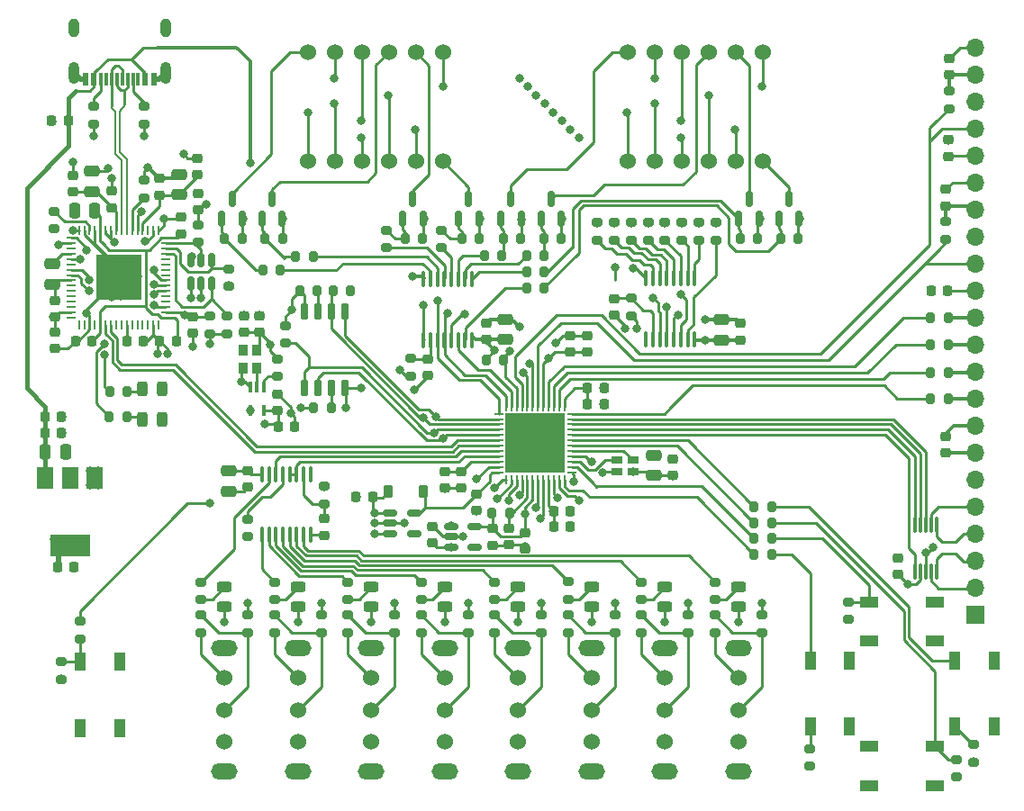
<source format=gbr>
%TF.GenerationSoftware,KiCad,Pcbnew,7.0.7*%
%TF.CreationDate,2023-11-08T14:01:28-08:00*%
%TF.ProjectId,ProgrammaGull_Sandpiper,50726f67-7261-46d6-9d61-47756c6c5f53,rev?*%
%TF.SameCoordinates,Original*%
%TF.FileFunction,Copper,L1,Top*%
%TF.FilePolarity,Positive*%
%FSLAX46Y46*%
G04 Gerber Fmt 4.6, Leading zero omitted, Abs format (unit mm)*
G04 Created by KiCad (PCBNEW 7.0.7) date 2023-11-08 14:01:28*
%MOMM*%
%LPD*%
G01*
G04 APERTURE LIST*
G04 Aperture macros list*
%AMRoundRect*
0 Rectangle with rounded corners*
0 $1 Rounding radius*
0 $2 $3 $4 $5 $6 $7 $8 $9 X,Y pos of 4 corners*
0 Add a 4 corners polygon primitive as box body*
4,1,4,$2,$3,$4,$5,$6,$7,$8,$9,$2,$3,0*
0 Add four circle primitives for the rounded corners*
1,1,$1+$1,$2,$3*
1,1,$1+$1,$4,$5*
1,1,$1+$1,$6,$7*
1,1,$1+$1,$8,$9*
0 Add four rect primitives between the rounded corners*
20,1,$1+$1,$2,$3,$4,$5,0*
20,1,$1+$1,$4,$5,$6,$7,0*
20,1,$1+$1,$6,$7,$8,$9,0*
20,1,$1+$1,$8,$9,$2,$3,0*%
G04 Aperture macros list end*
%TA.AperFunction,SMDPad,CuDef*%
%ADD10RoundRect,0.200000X-0.200000X-0.275000X0.200000X-0.275000X0.200000X0.275000X-0.200000X0.275000X0*%
%TD*%
%TA.AperFunction,SMDPad,CuDef*%
%ADD11RoundRect,0.100000X-0.100000X0.637500X-0.100000X-0.637500X0.100000X-0.637500X0.100000X0.637500X0*%
%TD*%
%TA.AperFunction,SMDPad,CuDef*%
%ADD12RoundRect,0.200000X-0.275000X0.200000X-0.275000X-0.200000X0.275000X-0.200000X0.275000X0.200000X0*%
%TD*%
%TA.AperFunction,SMDPad,CuDef*%
%ADD13RoundRect,0.200000X0.200000X0.275000X-0.200000X0.275000X-0.200000X-0.275000X0.200000X-0.275000X0*%
%TD*%
%TA.AperFunction,SMDPad,CuDef*%
%ADD14RoundRect,0.225000X0.250000X-0.225000X0.250000X0.225000X-0.250000X0.225000X-0.250000X-0.225000X0*%
%TD*%
%TA.AperFunction,SMDPad,CuDef*%
%ADD15R,1.500000X2.000000*%
%TD*%
%TA.AperFunction,SMDPad,CuDef*%
%ADD16R,3.800000X2.000000*%
%TD*%
%TA.AperFunction,SMDPad,CuDef*%
%ADD17RoundRect,0.225000X-0.250000X0.225000X-0.250000X-0.225000X0.250000X-0.225000X0.250000X0.225000X0*%
%TD*%
%TA.AperFunction,SMDPad,CuDef*%
%ADD18R,1.100000X1.800000*%
%TD*%
%TA.AperFunction,ComponentPad*%
%ADD19C,1.524000*%
%TD*%
%TA.AperFunction,ComponentPad*%
%ADD20O,2.500000X1.524000*%
%TD*%
%TA.AperFunction,SMDPad,CuDef*%
%ADD21RoundRect,0.200000X0.275000X-0.200000X0.275000X0.200000X-0.275000X0.200000X-0.275000X-0.200000X0*%
%TD*%
%TA.AperFunction,SMDPad,CuDef*%
%ADD22RoundRect,0.048000X-0.152000X0.427000X-0.152000X-0.427000X0.152000X-0.427000X0.152000X0.427000X0*%
%TD*%
%TA.AperFunction,SMDPad,CuDef*%
%ADD23RoundRect,0.150000X0.150000X-0.587500X0.150000X0.587500X-0.150000X0.587500X-0.150000X-0.587500X0*%
%TD*%
%TA.AperFunction,SMDPad,CuDef*%
%ADD24R,0.600000X1.150000*%
%TD*%
%TA.AperFunction,SMDPad,CuDef*%
%ADD25R,0.300000X1.150000*%
%TD*%
%TA.AperFunction,ComponentPad*%
%ADD26O,1.000000X2.100000*%
%TD*%
%TA.AperFunction,ComponentPad*%
%ADD27O,1.000000X1.800000*%
%TD*%
%TA.AperFunction,SMDPad,CuDef*%
%ADD28RoundRect,0.243750X0.456250X-0.243750X0.456250X0.243750X-0.456250X0.243750X-0.456250X-0.243750X0*%
%TD*%
%TA.AperFunction,SMDPad,CuDef*%
%ADD29RoundRect,0.150000X-0.512500X-0.150000X0.512500X-0.150000X0.512500X0.150000X-0.512500X0.150000X0*%
%TD*%
%TA.AperFunction,SMDPad,CuDef*%
%ADD30RoundRect,0.250000X0.250000X0.475000X-0.250000X0.475000X-0.250000X-0.475000X0.250000X-0.475000X0*%
%TD*%
%TA.AperFunction,SMDPad,CuDef*%
%ADD31RoundRect,0.250000X0.475000X-0.250000X0.475000X0.250000X-0.475000X0.250000X-0.475000X-0.250000X0*%
%TD*%
%TA.AperFunction,SMDPad,CuDef*%
%ADD32RoundRect,0.225000X-0.225000X-0.250000X0.225000X-0.250000X0.225000X0.250000X-0.225000X0.250000X0*%
%TD*%
%TA.AperFunction,SMDPad,CuDef*%
%ADD33R,1.800000X1.100000*%
%TD*%
%TA.AperFunction,SMDPad,CuDef*%
%ADD34RoundRect,0.075000X0.075000X-0.650000X0.075000X0.650000X-0.075000X0.650000X-0.075000X-0.650000X0*%
%TD*%
%TA.AperFunction,SMDPad,CuDef*%
%ADD35RoundRect,0.225000X0.225000X0.250000X-0.225000X0.250000X-0.225000X-0.250000X0.225000X-0.250000X0*%
%TD*%
%TA.AperFunction,SMDPad,CuDef*%
%ADD36RoundRect,0.243750X0.243750X0.456250X-0.243750X0.456250X-0.243750X-0.456250X0.243750X-0.456250X0*%
%TD*%
%TA.AperFunction,SMDPad,CuDef*%
%ADD37RoundRect,0.062500X-0.062500X0.375000X-0.062500X-0.375000X0.062500X-0.375000X0.062500X0.375000X0*%
%TD*%
%TA.AperFunction,SMDPad,CuDef*%
%ADD38RoundRect,0.062500X-0.375000X0.062500X-0.375000X-0.062500X0.375000X-0.062500X0.375000X0.062500X0*%
%TD*%
%TA.AperFunction,SMDPad,CuDef*%
%ADD39R,5.600000X5.600000*%
%TD*%
%TA.AperFunction,SMDPad,CuDef*%
%ADD40RoundRect,0.225000X0.225000X0.375000X-0.225000X0.375000X-0.225000X-0.375000X0.225000X-0.375000X0*%
%TD*%
%TA.AperFunction,SMDPad,CuDef*%
%ADD41RoundRect,0.218750X0.256250X-0.218750X0.256250X0.218750X-0.256250X0.218750X-0.256250X-0.218750X0*%
%TD*%
%TA.AperFunction,SMDPad,CuDef*%
%ADD42R,0.900000X1.100000*%
%TD*%
%TA.AperFunction,SMDPad,CuDef*%
%ADD43RoundRect,0.150000X0.150000X-0.512500X0.150000X0.512500X-0.150000X0.512500X-0.150000X-0.512500X0*%
%TD*%
%TA.AperFunction,SMDPad,CuDef*%
%ADD44RoundRect,0.250000X-0.250000X-0.475000X0.250000X-0.475000X0.250000X0.475000X-0.250000X0.475000X0*%
%TD*%
%TA.AperFunction,SMDPad,CuDef*%
%ADD45RoundRect,0.062500X-0.062500X0.337500X-0.062500X-0.337500X0.062500X-0.337500X0.062500X0.337500X0*%
%TD*%
%TA.AperFunction,SMDPad,CuDef*%
%ADD46RoundRect,0.062500X-0.337500X0.062500X-0.337500X-0.062500X0.337500X-0.062500X0.337500X0.062500X0*%
%TD*%
%TA.AperFunction,SMDPad,CuDef*%
%ADD47R,4.350000X4.350000*%
%TD*%
%TA.AperFunction,SMDPad,CuDef*%
%ADD48RoundRect,0.150000X0.150000X-0.650000X0.150000X0.650000X-0.150000X0.650000X-0.150000X-0.650000X0*%
%TD*%
%TA.AperFunction,SMDPad,CuDef*%
%ADD49R,1.000000X0.800000*%
%TD*%
%TA.AperFunction,SMDPad,CuDef*%
%ADD50RoundRect,0.250000X-0.475000X0.250000X-0.475000X-0.250000X0.475000X-0.250000X0.475000X0.250000X0*%
%TD*%
%TA.AperFunction,SMDPad,CuDef*%
%ADD51RoundRect,0.100000X0.100000X-0.637500X0.100000X0.637500X-0.100000X0.637500X-0.100000X-0.637500X0*%
%TD*%
%TA.AperFunction,ComponentPad*%
%ADD52R,1.700000X1.700000*%
%TD*%
%TA.AperFunction,ComponentPad*%
%ADD53O,1.700000X1.700000*%
%TD*%
%TA.AperFunction,ViaPad*%
%ADD54C,0.800000*%
%TD*%
%TA.AperFunction,Conductor*%
%ADD55C,0.250000*%
%TD*%
%TA.AperFunction,Conductor*%
%ADD56C,0.500000*%
%TD*%
%TA.AperFunction,Conductor*%
%ADD57C,0.450000*%
%TD*%
%TA.AperFunction,Conductor*%
%ADD58C,0.350000*%
%TD*%
%TA.AperFunction,Conductor*%
%ADD59C,0.200000*%
%TD*%
G04 APERTURE END LIST*
D10*
%TO.P,R69,1*%
%TO.N,/UI_MSB_CA3*%
X68075000Y-47300000D03*
%TO.P,R69,2*%
%TO.N,+5V*%
X69725000Y-47300000D03*
%TD*%
D11*
%TO.P,U3,1,QB*%
%TO.N,Net-(U3-QB)*%
X69050000Y-51100000D03*
%TO.P,U3,2,QC*%
%TO.N,Net-(U3-QC)*%
X68400000Y-51100000D03*
%TO.P,U3,3,QD*%
%TO.N,Net-(U3-QD)*%
X67750000Y-51100000D03*
%TO.P,U3,4,QE*%
%TO.N,Net-(U3-QE)*%
X67100000Y-51100000D03*
%TO.P,U3,5,QF*%
%TO.N,Net-(U3-QF)*%
X66450000Y-51100000D03*
%TO.P,U3,6,QG*%
%TO.N,Net-(U3-QG)*%
X65800000Y-51100000D03*
%TO.P,U3,7,QH*%
%TO.N,Net-(U3-QH)*%
X65150000Y-51100000D03*
%TO.P,U3,8,GND*%
%TO.N,GND*%
X64500000Y-51100000D03*
%TO.P,U3,9,QH'*%
%TO.N,/UI_7SEG_SER_CARRY*%
X64500000Y-56825000D03*
%TO.P,U3,10,~{SRCLR}*%
%TO.N,Net-(U3-~{SRCLR})*%
X65150000Y-56825000D03*
%TO.P,U3,11,SRCLK*%
%TO.N,/UI_7SEGSR_CLK*%
X65800000Y-56825000D03*
%TO.P,U3,12,RCLK*%
%TO.N,/UI_7SEGSR_RCLK*%
X66450000Y-56825000D03*
%TO.P,U3,13,~{OE}*%
%TO.N,/~{UI_7SEGSR_OE}*%
X67100000Y-56825000D03*
%TO.P,U3,14,SER*%
%TO.N,/UI_7SEGSR_DIN*%
X67750000Y-56825000D03*
%TO.P,U3,15,QA*%
%TO.N,Net-(U3-QA)*%
X68400000Y-56825000D03*
%TO.P,U3,16,VCC*%
%TO.N,+3V3*%
X69050000Y-56825000D03*
%TD*%
D12*
%TO.P,R91,1*%
%TO.N,/UI_MSB_CA3*%
X66150000Y-46475000D03*
%TO.P,R91,2*%
%TO.N,Net-(U3-QE)*%
X66150000Y-48125000D03*
%TD*%
D13*
%TO.P,R90,1*%
%TO.N,/UI_LSB_CA3*%
X75825000Y-51950000D03*
%TO.P,R90,2*%
%TO.N,Net-(U3-QA)*%
X74175000Y-51950000D03*
%TD*%
D12*
%TO.P,R89,1*%
%TO.N,/UI_MSB_CA2*%
X61000000Y-46475000D03*
%TO.P,R89,2*%
%TO.N,Net-(U3-QF)*%
X61000000Y-48125000D03*
%TD*%
D13*
%TO.P,R88,1*%
%TO.N,/UI_LSB_CA2*%
X75825000Y-50400000D03*
%TO.P,R88,2*%
%TO.N,Net-(U3-QB)*%
X74175000Y-50400000D03*
%TD*%
D10*
%TO.P,R87,1*%
%TO.N,/UI_MSB_CA1*%
X52475000Y-49000000D03*
%TO.P,R87,2*%
%TO.N,Net-(U3-QG)*%
X54125000Y-49000000D03*
%TD*%
D13*
%TO.P,R54,1*%
%TO.N,/UI_LSB_CA1*%
X75825000Y-48850000D03*
%TO.P,R54,2*%
%TO.N,Net-(U3-QC)*%
X74175000Y-48850000D03*
%TD*%
D10*
%TO.P,R35,1*%
%TO.N,/UI_MSB_CA0*%
X49375000Y-50250000D03*
%TO.P,R35,2*%
%TO.N,Net-(U3-QH)*%
X51025000Y-50250000D03*
%TD*%
D13*
%TO.P,R2,1*%
%TO.N,/UI_LSB_CA0*%
X71875000Y-48850000D03*
%TO.P,R2,2*%
%TO.N,Net-(U3-QD)*%
X70225000Y-48850000D03*
%TD*%
D14*
%TO.P,C3,1*%
%TO.N,+3V3*%
X65350000Y-75875000D03*
%TO.P,C3,2*%
%TO.N,GND*%
X65350000Y-74325000D03*
%TD*%
D15*
%TO.P,U15,1,GND*%
%TO.N,GND*%
X33550000Y-69800000D03*
D16*
%TO.P,U15,2,VO*%
%TO.N,+3V3*%
X31250000Y-76100000D03*
D15*
X31250000Y-69800000D03*
%TO.P,U15,3,VI*%
%TO.N,+5V*%
X28950000Y-69800000D03*
%TD*%
D17*
%TO.P,C56,2*%
%TO.N,GND*%
X74000000Y-76475000D03*
%TO.P,C56,1*%
%TO.N,+1V2*%
X74000000Y-74925000D03*
%TD*%
D18*
%TO.P,SW14,1,1*%
%TO.N,+3V3*%
X35950000Y-87100000D03*
X35950000Y-93300000D03*
%TO.P,SW14,2,2*%
%TO.N,Net-(R63-Pad2)*%
X32250000Y-87100000D03*
X32250000Y-93300000D03*
%TD*%
D19*
%TO.P,SW5,1*%
%TO.N,+3V3*%
X59600000Y-88600000D03*
%TO.P,SW5,2*%
%TO.N,Net-(R10-Pad1)*%
X59600000Y-91600000D03*
%TO.P,SW5,3*%
%TO.N,GND*%
X59600000Y-94600000D03*
D20*
%TO.P,SW5,4,CASE*%
X59600000Y-85800000D03*
X59600000Y-97400000D03*
%TD*%
D14*
%TO.P,C42,1*%
%TO.N,Net-(J4-Pin_16)*%
X113597500Y-44200000D03*
%TO.P,C42,2*%
%TO.N,GND*%
X113597500Y-42650000D03*
%TD*%
D13*
%TO.P,R81,1*%
%TO.N,Net-(J4-Pin_10)*%
X113822500Y-59850000D03*
%TO.P,R81,2*%
%TO.N,/UI_PMOD0_1*%
X112172500Y-59850000D03*
%TD*%
D12*
%TO.P,R12,1*%
%TO.N,Net-(R12-Pad1)*%
X64300000Y-82675000D03*
%TO.P,R12,2*%
%TO.N,+3V3*%
X64300000Y-84325000D03*
%TD*%
D21*
%TO.P,R19,1*%
%TO.N,Net-(R18-Pad1)*%
X89400000Y-84325000D03*
%TO.P,R19,2*%
%TO.N,/UI_SW1*%
X89400000Y-82675000D03*
%TD*%
D22*
%TO.P,U2,1,OE*%
%TO.N,Net-(U2-OE)*%
X49500000Y-61200000D03*
%TO.P,U2,2,A*%
%TO.N,Net-(U2-A)*%
X48850000Y-61200000D03*
%TO.P,U2,3,GND*%
%TO.N,GND*%
X48200000Y-61200000D03*
%TO.P,U2,4,Y*%
%TO.N,/CLK_12M*%
X48200000Y-63400000D03*
%TO.P,U2,5,VCC*%
%TO.N,+3V3*%
X49500000Y-63400000D03*
%TD*%
D19*
%TO.P,SW4,1*%
%TO.N,+3V3*%
X66500000Y-88600000D03*
%TO.P,SW4,2*%
%TO.N,Net-(R12-Pad1)*%
X66500000Y-91600000D03*
%TO.P,SW4,3*%
%TO.N,GND*%
X66500000Y-94600000D03*
D20*
%TO.P,SW4,4,CASE*%
X66500000Y-85800000D03*
X66500000Y-97400000D03*
%TD*%
D21*
%TO.P,R63,1*%
%TO.N,GND*%
X30400000Y-88725000D03*
%TO.P,R63,2*%
%TO.N,Net-(R63-Pad2)*%
X30400000Y-87075000D03*
%TD*%
D14*
%TO.P,C28,1*%
%TO.N,+3V3*%
X87900000Y-69575000D03*
%TO.P,C28,2*%
%TO.N,GND*%
X87900000Y-68025000D03*
%TD*%
D21*
%TO.P,R13,1*%
%TO.N,Net-(R12-Pad1)*%
X68700000Y-84325000D03*
%TO.P,R13,2*%
%TO.N,/UI_SW4*%
X68700000Y-82675000D03*
%TD*%
%TO.P,R55,1*%
%TO.N,Net-(D2-A)*%
X43600000Y-81225000D03*
%TO.P,R55,2*%
%TO.N,/UI_LED_7*%
X43600000Y-79575000D03*
%TD*%
D17*
%TO.P,C5,1*%
%TO.N,+2V5*%
X69500000Y-71325000D03*
%TO.P,C5,2*%
%TO.N,GND*%
X69500000Y-72875000D03*
%TD*%
D19*
%TO.P,SW0,1*%
%TO.N,+3V3*%
X94100000Y-88600000D03*
%TO.P,SW0,2*%
%TO.N,Net-(R20-Pad1)*%
X94100000Y-91600000D03*
%TO.P,SW0,3*%
%TO.N,GND*%
X94100000Y-94600000D03*
D20*
%TO.P,SW0,4,CASE*%
X94100000Y-85800000D03*
X94100000Y-97400000D03*
%TD*%
D21*
%TO.P,R17,1*%
%TO.N,Net-(R16-Pad1)*%
X82500000Y-84325000D03*
%TO.P,R17,2*%
%TO.N,/UI_SW2*%
X82500000Y-82675000D03*
%TD*%
D12*
%TO.P,R51,1*%
%TO.N,Net-(U3-~{SRCLR})*%
X63300000Y-58550000D03*
%TO.P,R51,2*%
%TO.N,+3V3*%
X63300000Y-60200000D03*
%TD*%
D23*
%TO.P,Q4,1,B*%
%TO.N,/UI_MSB_CA3*%
X67800000Y-45437500D03*
%TO.P,Q4,2,E*%
%TO.N,+5V*%
X69700000Y-45437500D03*
%TO.P,Q4,3,C*%
%TO.N,Net-(Q4-C)*%
X68750000Y-43562500D03*
%TD*%
D24*
%TO.P,P1,A1,GND*%
%TO.N,GND*%
X39120000Y-32255000D03*
%TO.P,P1,A4,VBUS*%
%TO.N,+5V*%
X38320000Y-32255000D03*
D25*
%TO.P,P1,A5,CC*%
%TO.N,/USB_CC*%
X37170000Y-32255000D03*
%TO.P,P1,A6,D+*%
%TO.N,/USB_D+*%
X36170000Y-32255000D03*
%TO.P,P1,A7,D-*%
%TO.N,/USB_D-*%
X35670000Y-32255000D03*
%TO.P,P1,A8*%
%TO.N,N/C*%
X34670000Y-32255000D03*
D24*
%TO.P,P1,A9,VBUS*%
%TO.N,+5V*%
X33520000Y-32255000D03*
%TO.P,P1,A12,GND*%
%TO.N,GND*%
X32720000Y-32255000D03*
%TO.P,P1,B1,GND*%
X32720000Y-32255000D03*
%TO.P,P1,B4,VBUS*%
%TO.N,+5V*%
X33520000Y-32255000D03*
D25*
%TO.P,P1,B5,VCONN*%
%TO.N,/USB_VCONN*%
X34170000Y-32255000D03*
%TO.P,P1,B6*%
%TO.N,N/C*%
X35170000Y-32255000D03*
%TO.P,P1,B7*%
X36670000Y-32255000D03*
%TO.P,P1,B8*%
X37670000Y-32255000D03*
D24*
%TO.P,P1,B9,VBUS*%
%TO.N,+5V*%
X38320000Y-32255000D03*
%TO.P,P1,B12,GND*%
%TO.N,GND*%
X39120000Y-32255000D03*
D26*
%TO.P,P1,S1,SHIELD*%
X40240000Y-31680000D03*
D27*
X40240000Y-27500000D03*
D26*
X31600000Y-31680000D03*
D27*
X31600000Y-27500000D03*
%TD*%
D21*
%TO.P,R33,1*%
%TO.N,/EEPROM_SPI_DO*%
X46000000Y-56225000D03*
%TO.P,R33,2*%
%TO.N,/EEPROM_SPI_DI*%
X46000000Y-54575000D03*
%TD*%
D14*
%TO.P,C32,1*%
%TO.N,+3V3*%
X94300000Y-56800000D03*
%TO.P,C32,2*%
%TO.N,GND*%
X94300000Y-55250000D03*
%TD*%
%TO.P,C13,1*%
%TO.N,Net-(U7-VPLL)*%
X35200000Y-44350000D03*
%TO.P,C13,2*%
%TO.N,GND*%
X35200000Y-42800000D03*
%TD*%
%TO.P,C9,1*%
%TO.N,+3V3*%
X43300000Y-44575000D03*
%TO.P,C9,2*%
%TO.N,GND*%
X43300000Y-43025000D03*
%TD*%
D13*
%TO.P,R5,1*%
%TO.N,Net-(U1D-VCCPLL)*%
X72587500Y-73075000D03*
%TO.P,R5,2*%
%TO.N,+1V2*%
X70937500Y-73075000D03*
%TD*%
D17*
%TO.P,C16,1*%
%TO.N,+3V3*%
X42800000Y-54625000D03*
%TO.P,C16,2*%
%TO.N,GND*%
X42800000Y-56175000D03*
%TD*%
D14*
%TO.P,C11,1*%
%TO.N,+1V8*%
X41700000Y-46825000D03*
%TO.P,C11,2*%
%TO.N,GND*%
X41700000Y-45275000D03*
%TD*%
D19*
%TO.P,SW2,1*%
%TO.N,+3V3*%
X80300000Y-88600000D03*
%TO.P,SW2,2*%
%TO.N,Net-(R16-Pad1)*%
X80300000Y-91600000D03*
%TO.P,SW2,3*%
%TO.N,GND*%
X80300000Y-94600000D03*
D20*
%TO.P,SW2,4,CASE*%
X80300000Y-85800000D03*
X80300000Y-97400000D03*
%TD*%
D10*
%TO.P,R70,1*%
%TO.N,/UI_MSB_CA2*%
X62775000Y-47300000D03*
%TO.P,R70,2*%
%TO.N,+5V*%
X64425000Y-47300000D03*
%TD*%
D13*
%TO.P,R85,1*%
%TO.N,Net-(D11-A)*%
X36600000Y-64000000D03*
%TO.P,R85,2*%
%TO.N,Net-(U7-BCBUS4)*%
X34950000Y-64000000D03*
%TD*%
D12*
%TO.P,R16,1*%
%TO.N,Net-(R16-Pad1)*%
X78100000Y-82675000D03*
%TO.P,R16,2*%
%TO.N,+3V3*%
X78100000Y-84325000D03*
%TD*%
D17*
%TO.P,C46,1*%
%TO.N,+3V3*%
X29850000Y-56075000D03*
%TO.P,C46,2*%
%TO.N,GND*%
X29850000Y-57625000D03*
%TD*%
D12*
%TO.P,R83,1*%
%TO.N,Net-(J4-Pin_16)*%
X113597500Y-45700000D03*
%TO.P,R83,2*%
%TO.N,/UI_GPIO0*%
X113597500Y-47350000D03*
%TD*%
D21*
%TO.P,R6,1*%
%TO.N,Net-(R6-Pad1)*%
X48000000Y-84325000D03*
%TO.P,R6,2*%
%TO.N,/UI_SW7*%
X48000000Y-82675000D03*
%TD*%
D28*
%TO.P,D9,1,K*%
%TO.N,GND*%
X94100000Y-81937500D03*
%TO.P,D9,2,A*%
%TO.N,Net-(D9-A)*%
X94100000Y-80062500D03*
%TD*%
D29*
%TO.P,U5,1,VIN*%
%TO.N,+3V3*%
X61350000Y-73100000D03*
%TO.P,U5,2,GND*%
%TO.N,GND*%
X61350000Y-74050000D03*
%TO.P,U5,3,EN*%
%TO.N,+3V3*%
X61350000Y-75000000D03*
%TO.P,U5,4,NC*%
%TO.N,unconnected-(U5-NC-Pad4)*%
X63625000Y-75000000D03*
%TO.P,U5,5,VOUT*%
%TO.N,+2V5*%
X63625000Y-73100000D03*
%TD*%
D21*
%TO.P,R9,1*%
%TO.N,Net-(R8-Pad1)*%
X54900000Y-84325000D03*
%TO.P,R9,2*%
%TO.N,/UI_SW6*%
X54900000Y-82675000D03*
%TD*%
D12*
%TO.P,R10,1*%
%TO.N,Net-(R10-Pad1)*%
X57400000Y-82675000D03*
%TO.P,R10,2*%
%TO.N,+3V3*%
X57400000Y-84325000D03*
%TD*%
D30*
%TO.P,C10,1*%
%TO.N,+1V8*%
X33600000Y-44650000D03*
%TO.P,C10,2*%
%TO.N,GND*%
X31700000Y-44650000D03*
%TD*%
D31*
%TO.P,C15,1*%
%TO.N,Net-(U7-VPHY)*%
X41500000Y-43150000D03*
%TO.P,C15,2*%
%TO.N,GND*%
X41500000Y-41250000D03*
%TD*%
D21*
%TO.P,R34,1*%
%TO.N,/EEPROM_SPI_CS*%
X43300000Y-47625000D03*
%TO.P,R34,2*%
%TO.N,+3V3*%
X43300000Y-45975000D03*
%TD*%
D31*
%TO.P,C27,1*%
%TO.N,+3V3*%
X86150000Y-69550000D03*
%TO.P,C27,2*%
%TO.N,GND*%
X86150000Y-67650000D03*
%TD*%
D21*
%TO.P,R4,1*%
%TO.N,GND*%
X33510000Y-36480000D03*
%TO.P,R4,2*%
%TO.N,/USB_VCONN*%
X33510000Y-34830000D03*
%TD*%
%TO.P,R3,1*%
%TO.N,GND*%
X38210000Y-36480000D03*
%TO.P,R3,2*%
%TO.N,/USB_CC*%
X38210000Y-34830000D03*
%TD*%
D28*
%TO.P,D2,1,K*%
%TO.N,GND*%
X45800000Y-81937500D03*
%TO.P,D2,2,A*%
%TO.N,Net-(D2-A)*%
X45800000Y-80062500D03*
%TD*%
D14*
%TO.P,C55,1*%
%TO.N,+3V3*%
X29850000Y-54625000D03*
%TO.P,C55,2*%
%TO.N,GND*%
X29850000Y-53075000D03*
%TD*%
D32*
%TO.P,C19,1*%
%TO.N,+3V3*%
X79925000Y-62850000D03*
%TO.P,C19,2*%
%TO.N,GND*%
X81475000Y-62850000D03*
%TD*%
D14*
%TO.P,C40,1*%
%TO.N,+3V3*%
X109100000Y-78875000D03*
%TO.P,C40,2*%
%TO.N,GND*%
X109100000Y-77325000D03*
%TD*%
D12*
%TO.P,R47,1*%
%TO.N,/UI_SEG_E*%
X87200000Y-45775000D03*
%TO.P,R47,2*%
%TO.N,Net-(U12-QD)*%
X87200000Y-47425000D03*
%TD*%
D23*
%TO.P,Q6,1,B*%
%TO.N,/UI_LSB_CA1*%
X75525000Y-45437500D03*
%TO.P,Q6,2,E*%
%TO.N,+5V*%
X77425000Y-45437500D03*
%TO.P,Q6,3,C*%
%TO.N,Net-(Q6-C)*%
X76475000Y-43562500D03*
%TD*%
D33*
%TO.P,SW10,1,1*%
%TO.N,+3V3*%
X112600000Y-98750000D03*
X106400000Y-98750000D03*
%TO.P,SW10,2,2*%
%TO.N,Net-(R24-Pad2)*%
X112600000Y-95050000D03*
X106400000Y-95050000D03*
%TD*%
D21*
%TO.P,R21,1*%
%TO.N,Net-(R20-Pad1)*%
X96300000Y-84325000D03*
%TO.P,R21,2*%
%TO.N,/UI_SW0*%
X96300000Y-82675000D03*
%TD*%
D17*
%TO.P,C31,1*%
%TO.N,/~{UI_ULEDSR_CLR}*%
X55200000Y-73625000D03*
%TO.P,C31,2*%
%TO.N,GND*%
X55200000Y-75175000D03*
%TD*%
D21*
%TO.P,R60,2*%
%TO.N,/UI_LED_2*%
X78100000Y-79550000D03*
%TO.P,R60,1*%
%TO.N,Net-(D7-A)*%
X78100000Y-81200000D03*
%TD*%
%TO.P,R24,1*%
%TO.N,GND*%
X114600000Y-97925000D03*
%TO.P,R24,2*%
%TO.N,Net-(R24-Pad2)*%
X114600000Y-96275000D03*
%TD*%
D34*
%TO.P,U11,1,~{CS}*%
%TO.N,/~{UI_ADC_CS}*%
X110697500Y-78570000D03*
%TO.P,U11,2,VA*%
%TO.N,+3V3*%
X111197500Y-78570000D03*
%TO.P,U11,3,GND*%
%TO.N,GND*%
X111697500Y-78570000D03*
%TO.P,U11,4,IN4*%
%TO.N,/UI_ADC_SE_CHAN_3*%
X112197500Y-78570000D03*
%TO.P,U11,5,IN3*%
%TO.N,/UI_ADC_SE_CHAN_2*%
X112697500Y-78570000D03*
%TO.P,U11,6,IN2*%
%TO.N,/UI_ADC_SE_CHAN_1*%
X112697500Y-74170000D03*
%TO.P,U11,7,IN1*%
%TO.N,/UI_ADC_SE_CHAN_0*%
X112197500Y-74170000D03*
%TO.P,U11,8,DIN*%
%TO.N,/UI_ADC_DI*%
X111697500Y-74170000D03*
%TO.P,U11,9,DOUT*%
%TO.N,/UI_ADC_DO*%
X111197500Y-74170000D03*
%TO.P,U11,10,SCK*%
%TO.N,/UI_ADC_SCK*%
X110697500Y-74170000D03*
%TD*%
D29*
%TO.P,U4,1,VIN*%
%TO.N,+3V3*%
X67062500Y-74375000D03*
%TO.P,U4,2,GND*%
%TO.N,GND*%
X67062500Y-75325000D03*
%TO.P,U4,3,EN*%
%TO.N,+3V3*%
X67062500Y-76275000D03*
%TO.P,U4,4,NC*%
%TO.N,unconnected-(U4-NC-Pad4)*%
X69337500Y-76275000D03*
%TO.P,U4,5,VOUT*%
%TO.N,+1V2*%
X69337500Y-74375000D03*
%TD*%
D10*
%TO.P,R25,1*%
%TO.N,/UI_DPAD_D*%
X95575000Y-74000000D03*
%TO.P,R25,2*%
%TO.N,Net-(R24-Pad2)*%
X97225000Y-74000000D03*
%TD*%
D17*
%TO.P,C29,1*%
%TO.N,+3V3*%
X48000000Y-69125000D03*
%TO.P,C29,2*%
%TO.N,GND*%
X48000000Y-70675000D03*
%TD*%
D31*
%TO.P,C35,1*%
%TO.N,+3V3*%
X72200000Y-56750000D03*
%TO.P,C35,2*%
%TO.N,GND*%
X72200000Y-54850000D03*
%TD*%
D32*
%TO.P,C23,1*%
%TO.N,+3V3*%
X76725000Y-74400000D03*
%TO.P,C23,2*%
%TO.N,GND*%
X78275000Y-74400000D03*
%TD*%
D12*
%TO.P,R64,1*%
%TO.N,/UI_AUX_BUTTON*%
X32200000Y-83275000D03*
%TO.P,R64,2*%
%TO.N,Net-(R63-Pad2)*%
X32200000Y-84925000D03*
%TD*%
D10*
%TO.P,R67,1*%
%TO.N,/UI_MSB_CA0*%
X45775000Y-47300000D03*
%TO.P,R67,2*%
%TO.N,+5V*%
X47425000Y-47300000D03*
%TD*%
D19*
%TO.P,SW1,1*%
%TO.N,+3V3*%
X87200000Y-88600000D03*
%TO.P,SW1,2*%
%TO.N,Net-(R18-Pad1)*%
X87200000Y-91600000D03*
%TO.P,SW1,3*%
%TO.N,GND*%
X87200000Y-94600000D03*
D20*
%TO.P,SW1,4,CASE*%
X87200000Y-85800000D03*
X87200000Y-97400000D03*
%TD*%
D28*
%TO.P,D6,1,K*%
%TO.N,GND*%
X73400000Y-81937500D03*
%TO.P,D6,2,A*%
%TO.N,Net-(D6-A)*%
X73400000Y-80062500D03*
%TD*%
D13*
%TO.P,R79,1*%
%TO.N,Net-(J4-Pin_12)*%
X113797500Y-54750000D03*
%TO.P,R79,2*%
%TO.N,/UI_PMOD0_3*%
X112147500Y-54750000D03*
%TD*%
D35*
%TO.P,C47,1*%
%TO.N,+1V8*%
X41250000Y-56900000D03*
%TO.P,C47,2*%
%TO.N,GND*%
X39700000Y-56900000D03*
%TD*%
D17*
%TO.P,C20,1*%
%TO.N,+3V3*%
X68000000Y-69200000D03*
%TO.P,C20,2*%
%TO.N,GND*%
X68000000Y-70750000D03*
%TD*%
D10*
%TO.P,R23,1*%
%TO.N,/UI_DPAD_U*%
X95575000Y-75500000D03*
%TO.P,R23,2*%
%TO.N,Net-(R22-Pad2)*%
X97225000Y-75500000D03*
%TD*%
D36*
%TO.P,D11,1,K*%
%TO.N,GND*%
X39925000Y-64250000D03*
%TO.P,D11,2,A*%
%TO.N,Net-(D11-A)*%
X38050000Y-64250000D03*
%TD*%
D11*
%TO.P,U12,1,QB*%
%TO.N,Net-(U12-QB)*%
X89975000Y-51037500D03*
%TO.P,U12,2,QC*%
%TO.N,Net-(U12-QC)*%
X89325000Y-51037500D03*
%TO.P,U12,3,QD*%
%TO.N,Net-(U12-QD)*%
X88675000Y-51037500D03*
%TO.P,U12,4,QE*%
%TO.N,Net-(U12-QE)*%
X88025000Y-51037500D03*
%TO.P,U12,5,QF*%
%TO.N,Net-(U12-QF)*%
X87375000Y-51037500D03*
%TO.P,U12,6,QG*%
%TO.N,Net-(U12-QG)*%
X86725000Y-51037500D03*
%TO.P,U12,7,QH*%
%TO.N,Net-(U12-QH)*%
X86075000Y-51037500D03*
%TO.P,U12,8,GND*%
%TO.N,GND*%
X85425000Y-51037500D03*
%TO.P,U12,9,QH'*%
%TO.N,unconnected-(U12-QH'-Pad9)*%
X85425000Y-56762500D03*
%TO.P,U12,10,~{SRCLR}*%
%TO.N,Net-(U12-~{SRCLR})*%
X86075000Y-56762500D03*
%TO.P,U12,11,SRCLK*%
%TO.N,/UI_7SEGSR_CLK*%
X86725000Y-56762500D03*
%TO.P,U12,12,RCLK*%
%TO.N,/UI_7SEGSR_RCLK*%
X87375000Y-56762500D03*
%TO.P,U12,13,~{OE}*%
%TO.N,/~{UI_7SEGSR_OE}*%
X88025000Y-56762500D03*
%TO.P,U12,14,SER*%
%TO.N,/UI_7SEG_SER_CARRY*%
X88675000Y-56762500D03*
%TO.P,U12,15,QA*%
%TO.N,Net-(U12-QA)*%
X89325000Y-56762500D03*
%TO.P,U12,16,VCC*%
%TO.N,+3V3*%
X89975000Y-56762500D03*
%TD*%
D23*
%TO.P,Q2,1,B*%
%TO.N,/UI_MSB_CA1*%
X49300000Y-45437500D03*
%TO.P,Q2,2,E*%
%TO.N,+5V*%
X51200000Y-45437500D03*
%TO.P,Q2,3,C*%
%TO.N,Net-(Q2-C)*%
X50250000Y-43562500D03*
%TD*%
D37*
%TO.P,U1,1,VCCIO_2*%
%TO.N,+3V3*%
X77750000Y-63062500D03*
%TO.P,U1,2,IOB_6a*%
%TO.N,/UI_PMOD0_1*%
X77250000Y-63062500D03*
%TO.P,U1,3,IOB_9b*%
%TO.N,/UI_PMOD0_2*%
X76750000Y-63062500D03*
%TO.P,U1,4,IOB_8a*%
%TO.N,/UI_PMOD0_3*%
X76250000Y-63062500D03*
%TO.P,U1,5,VCC*%
%TO.N,+1V2*%
X75750000Y-63062500D03*
%TO.P,U1,6,IOB_13b*%
%TO.N,/UI_GPIO0*%
X75250000Y-63062500D03*
%TO.P,U1,7,CDONE*%
%TO.N,/UP5K_CDONE*%
X74750000Y-63062500D03*
%TO.P,U1,8,~{CRESET}*%
%TO.N,/UP5K_CRESET*%
X74250000Y-63062500D03*
%TO.P,U1,9,IOB_16a*%
%TO.N,/UI_GPIO1*%
X73750000Y-63062500D03*
%TO.P,U1,10,IOB_18a*%
%TO.N,/~{UI_7SEGSR_OE}*%
X73250000Y-63062500D03*
%TO.P,U1,11,IOB_20a*%
%TO.N,/UI_7SEGSR_DIN*%
X72750000Y-63062500D03*
%TO.P,U1,12,IOB_22a*%
%TO.N,/UI_7SEGSR_RCLK*%
X72250000Y-63062500D03*
D38*
%TO.P,U1,13,IOB_24a*%
%TO.N,/UI_7SEGSR_CLK*%
X71562500Y-63750000D03*
%TO.P,U1,14,IOB_32a_SPI_SO*%
%TO.N,/FLASH_MOSI*%
X71562500Y-64250000D03*
%TO.P,U1,15,IOB_34a_SPI_SCK*%
%TO.N,/FLASH_SCK*%
X71562500Y-64750000D03*
%TO.P,U1,16,IOB_35b_SPI_SS*%
%TO.N,/FLASH_CS*%
X71562500Y-65250000D03*
%TO.P,U1,17,IOB_33b_SPI_SI*%
%TO.N,/FLASH_MISO*%
X71562500Y-65750000D03*
%TO.P,U1,18,IOB_31b*%
%TO.N,/UP5K_UART_TX*%
X71562500Y-66250000D03*
%TO.P,U1,19,IOB_29b*%
%TO.N,/UP5K_UART_RX*%
X71562500Y-66750000D03*
%TO.P,U1,20,IOB_25b_G3*%
%TO.N,/UI_ULEDSR_DIN*%
X71562500Y-67250000D03*
%TO.P,U1,21,IOB_23b*%
%TO.N,/UI_ULEDSR_CLK*%
X71562500Y-67750000D03*
%TO.P,U1,22,SPI_VCCIO1*%
%TO.N,+3V3*%
X71562500Y-68250000D03*
%TO.P,U1,23,IOT_37a*%
%TO.N,/UI_AUX_BUTTON*%
X71562500Y-68750000D03*
%TO.P,U1,24,VPP_2V5*%
%TO.N,+2V5*%
X71562500Y-69250000D03*
D37*
%TO.P,U1,25,IOT_36b*%
%TO.N,/UI_SW7*%
X72250000Y-69937500D03*
%TO.P,U1,26,IOT_39a*%
%TO.N,/UI_SW6*%
X72750000Y-69937500D03*
%TO.P,U1,27,IOT_38b*%
%TO.N,/UI_SW5*%
X73250000Y-69937500D03*
%TO.P,U1,28,IOT_41a*%
%TO.N,/UI_SW4*%
X73750000Y-69937500D03*
%TO.P,U1,29,VCCPLL*%
%TO.N,Net-(U1D-VCCPLL)*%
X74250000Y-69937500D03*
%TO.P,U1,30,VCC*%
%TO.N,+1V2*%
X74750000Y-69937500D03*
%TO.P,U1,31,IOT_42b*%
%TO.N,/UI_SW3*%
X75250000Y-69937500D03*
%TO.P,U1,32,IOT_43a*%
%TO.N,/UI_SW2*%
X75750000Y-69937500D03*
%TO.P,U1,33,VCCIO_0*%
%TO.N,+3V3*%
X76250000Y-69937500D03*
%TO.P,U1,34,IOT_44b*%
%TO.N,/UI_SW1*%
X76750000Y-69937500D03*
%TO.P,U1,35,IOT_46b_G0*%
%TO.N,/UI_SW0*%
X77250000Y-69937500D03*
%TO.P,U1,36,IOT_48b*%
%TO.N,/UI_DPAD_L*%
X77750000Y-69937500D03*
D38*
%TO.P,U1,37,IOT_45a_G1*%
%TO.N,/CLK_12M*%
X78437500Y-69250000D03*
%TO.P,U1,38,IOT_50b*%
%TO.N,/UI_DPAD_U*%
X78437500Y-68750000D03*
%TO.P,U1,39,RGB0*%
%TO.N,/UI_RGBLED_G*%
X78437500Y-68250000D03*
%TO.P,U1,40,RGB1*%
%TO.N,/UI_RGBLED_B*%
X78437500Y-67750000D03*
%TO.P,U1,41,RGB2*%
%TO.N,/UI_RGBLED_R*%
X78437500Y-67250000D03*
%TO.P,U1,42,IOT_51a*%
%TO.N,/UI_DPAD_D*%
X78437500Y-66750000D03*
%TO.P,U1,43,IOT_49a*%
%TO.N,/UI_DPAD_R*%
X78437500Y-66250000D03*
%TO.P,U1,44,IOB_3b_G6*%
%TO.N,/~{UI_ADC_CS}*%
X78437500Y-65750000D03*
%TO.P,U1,45,IOB_5b*%
%TO.N,/UI_ADC_SCK*%
X78437500Y-65250000D03*
%TO.P,U1,46,IOB_0a*%
%TO.N,/UI_ADC_DO*%
X78437500Y-64750000D03*
%TO.P,U1,47,IOB_2a*%
%TO.N,/UI_ADC_DI*%
X78437500Y-64250000D03*
%TO.P,U1,48,IOB_4a*%
%TO.N,/UI_PMOD0_0*%
X78437500Y-63750000D03*
D39*
%TO.P,U1,49,GND*%
%TO.N,GND*%
X75000000Y-66500000D03*
%TD*%
D18*
%TO.P,SW11,1,1*%
%TO.N,+3V3*%
X118150000Y-87000000D03*
X118150000Y-93200000D03*
%TO.P,SW11,2,2*%
%TO.N,Net-(R26-Pad2)*%
X114450000Y-87000000D03*
X114450000Y-93200000D03*
%TD*%
D21*
%TO.P,R37,1*%
%TO.N,/EEPROM_SPI_DO*%
X44400000Y-56225000D03*
%TO.P,R37,2*%
%TO.N,+3V3*%
X44400000Y-54575000D03*
%TD*%
D35*
%TO.P,C46,1*%
%TO.N,+1V8*%
X33325000Y-56900000D03*
%TO.P,C46,2*%
%TO.N,GND*%
X31775000Y-56900000D03*
%TD*%
D12*
%TO.P,R43,1*%
%TO.N,/UI_SEG_A*%
X80800000Y-45775000D03*
%TO.P,R43,2*%
%TO.N,Net-(U12-QH)*%
X80800000Y-47425000D03*
%TD*%
D14*
%TO.P,C45,1*%
%TO.N,Net-(J4-Pin_21)*%
X113897500Y-31900000D03*
%TO.P,C45,2*%
%TO.N,GND*%
X113897500Y-30350000D03*
%TD*%
D17*
%TO.P,C8,1*%
%TO.N,Net-(U1D-VCCPLL)*%
X72500000Y-74525000D03*
%TO.P,C8,2*%
%TO.N,GND*%
X72500000Y-76075000D03*
%TD*%
D14*
%TO.P,C14,1*%
%TO.N,Net-(U7-VPHY)*%
X39700000Y-43175000D03*
%TO.P,C14,2*%
%TO.N,GND*%
X39700000Y-41625000D03*
%TD*%
D35*
%TO.P,C44,1*%
%TO.N,+3V3*%
X113750000Y-52200000D03*
%TO.P,C44,2*%
%TO.N,GND*%
X112200000Y-52200000D03*
%TD*%
D12*
%TO.P,R18,1*%
%TO.N,Net-(R18-Pad1)*%
X85000000Y-82675000D03*
%TO.P,R18,2*%
%TO.N,+3V3*%
X85000000Y-84325000D03*
%TD*%
D23*
%TO.P,Q8,1,B*%
%TO.N,/UI_LSB_CA3*%
X97900000Y-45437500D03*
%TO.P,Q8,2,E*%
%TO.N,+5V*%
X99800000Y-45437500D03*
%TO.P,Q8,3,C*%
%TO.N,Net-(Q8-C)*%
X98850000Y-43562500D03*
%TD*%
D13*
%TO.P,R86,1*%
%TO.N,Net-(D12-A)*%
X36650000Y-61700000D03*
%TO.P,R86,2*%
%TO.N,Net-(U7-BCBUS3)*%
X35000000Y-61700000D03*
%TD*%
D40*
%TO.P,D1,1,K*%
%TO.N,+2V5*%
X64475000Y-71100000D03*
%TO.P,D1,2,A*%
%TO.N,+3V3*%
X61175000Y-71100000D03*
%TD*%
D19*
%TO.P,SW6,1*%
%TO.N,+3V3*%
X52700000Y-88600000D03*
%TO.P,SW6,2*%
%TO.N,Net-(R8-Pad1)*%
X52700000Y-91600000D03*
%TO.P,SW6,3*%
%TO.N,GND*%
X52700000Y-94600000D03*
D20*
%TO.P,SW6,4,CASE*%
X52700000Y-85800000D03*
X52700000Y-97400000D03*
%TD*%
D28*
%TO.P,D7,1,K*%
%TO.N,GND*%
X80300000Y-81937500D03*
%TO.P,D7,2,A*%
%TO.N,Net-(D7-A)*%
X80300000Y-80062500D03*
%TD*%
D12*
%TO.P,R44,1*%
%TO.N,/UI_SEG_B*%
X82400000Y-45775000D03*
%TO.P,R44,2*%
%TO.N,Net-(U12-QG)*%
X82400000Y-47425000D03*
%TD*%
D10*
%TO.P,R68,1*%
%TO.N,/UI_MSB_CA1*%
X49600000Y-47300000D03*
%TO.P,R68,2*%
%TO.N,+5V*%
X51250000Y-47300000D03*
%TD*%
D19*
%TO.P,SW7,1*%
%TO.N,+3V3*%
X45800000Y-88600000D03*
%TO.P,SW7,2*%
%TO.N,Net-(R6-Pad1)*%
X45800000Y-91600000D03*
%TO.P,SW7,3*%
%TO.N,GND*%
X45800000Y-94600000D03*
D20*
%TO.P,SW7,4,CASE*%
X45800000Y-85800000D03*
X45800000Y-97400000D03*
%TD*%
D10*
%TO.P,R29,1*%
%TO.N,/UI_DPAD_L*%
X95575000Y-77000000D03*
%TO.P,R29,2*%
%TO.N,Net-(R28-Pad2)*%
X97225000Y-77000000D03*
%TD*%
D19*
%TO.P,U8,1,E*%
%TO.N,/UI_SEG_E*%
X53600000Y-40000000D03*
%TO.P,U8,2,D*%
%TO.N,/UI_SEG_D*%
X56140000Y-40000000D03*
%TO.P,U8,3,DP*%
%TO.N,/UI_SEG_DP*%
X58680000Y-40000000D03*
%TO.P,U8,4,C*%
%TO.N,/UI_SEG_C*%
X61220000Y-40000000D03*
%TO.P,U8,5,G*%
%TO.N,/UI_SEG_G*%
X63760000Y-40000000D03*
%TO.P,U8,6,CA3*%
%TO.N,Net-(Q4-C)*%
X66300000Y-40000000D03*
%TO.P,U8,7,B*%
%TO.N,/UI_SEG_B*%
X66300000Y-29740000D03*
%TO.P,U8,8,CA2*%
%TO.N,Net-(Q3-C)*%
X63760000Y-29740000D03*
%TO.P,U8,9,CA1*%
%TO.N,Net-(Q2-C)*%
X61220000Y-29740000D03*
%TO.P,U8,10,F*%
%TO.N,/UI_SEG_F*%
X58680000Y-29740000D03*
%TO.P,U8,11,A*%
%TO.N,/UI_SEG_A*%
X56140000Y-29740000D03*
%TO.P,U8,12,CA0*%
%TO.N,Net-(Q1-C)*%
X53600000Y-29740000D03*
%TD*%
D14*
%TO.P,C48,1*%
%TO.N,+1V2*%
X78300000Y-57975000D03*
%TO.P,C48,2*%
%TO.N,GND*%
X78300000Y-56425000D03*
%TD*%
D21*
%TO.P,R57,1*%
%TO.N,Net-(D4-A)*%
X57400000Y-81225000D03*
%TO.P,R57,2*%
%TO.N,/UI_LED_5*%
X57400000Y-79575000D03*
%TD*%
D41*
%TO.P,FB1,1*%
%TO.N,Net-(U7-VPLL)*%
X31500000Y-42887500D03*
%TO.P,FB1,2*%
%TO.N,+3V3*%
X31500000Y-41312500D03*
%TD*%
D10*
%TO.P,R74,1*%
%TO.N,/UI_LSB_CA3*%
X98075000Y-47300000D03*
%TO.P,R74,2*%
%TO.N,+5V*%
X99725000Y-47300000D03*
%TD*%
D23*
%TO.P,Q7,1,B*%
%TO.N,/UI_LSB_CA2*%
X94150000Y-45437500D03*
%TO.P,Q7,2,E*%
%TO.N,+5V*%
X96050000Y-45437500D03*
%TO.P,Q7,3,C*%
%TO.N,Net-(Q7-C)*%
X95100000Y-43562500D03*
%TD*%
D12*
%TO.P,R52,1*%
%TO.N,Net-(U12-~{SRCLR})*%
X84000000Y-52875000D03*
%TO.P,R52,2*%
%TO.N,+3V3*%
X84000000Y-54525000D03*
%TD*%
%TO.P,R49,1*%
%TO.N,/UI_SEG_G*%
X90400000Y-45775000D03*
%TO.P,R49,2*%
%TO.N,Net-(U12-QB)*%
X90400000Y-47425000D03*
%TD*%
D32*
%TO.P,C22,1*%
%TO.N,+3V3*%
X76725000Y-72900000D03*
%TO.P,C22,2*%
%TO.N,GND*%
X78275000Y-72900000D03*
%TD*%
D21*
%TO.P,R59,1*%
%TO.N,Net-(D6-A)*%
X71200000Y-81225000D03*
%TO.P,R59,2*%
%TO.N,/UI_LED_3*%
X71200000Y-79575000D03*
%TD*%
D33*
%TO.P,SW9,1,1*%
%TO.N,+3V3*%
X112600000Y-85150000D03*
X106400000Y-85150000D03*
%TO.P,SW9,2,2*%
%TO.N,Net-(R22-Pad2)*%
X112600000Y-81450000D03*
X106400000Y-81450000D03*
%TD*%
D42*
%TO.P,X1,1,~{ST}*%
%TO.N,unconnected-(X1-~{ST}-Pad1)*%
X47550000Y-57750000D03*
%TO.P,X1,2,GND*%
%TO.N,GND*%
X47550000Y-59450000D03*
%TO.P,X1,3,OUT*%
%TO.N,Net-(U2-A)*%
X48850000Y-59450000D03*
%TO.P,X1,4,Vcc*%
%TO.N,+3V3*%
X48850000Y-57750000D03*
%TD*%
D21*
%TO.P,R22,1*%
%TO.N,GND*%
X104400000Y-83100000D03*
%TO.P,R22,2*%
%TO.N,Net-(R22-Pad2)*%
X104400000Y-81450000D03*
%TD*%
D35*
%TO.P,C1,1*%
%TO.N,+5V*%
X31075000Y-36200000D03*
%TO.P,C1,2*%
%TO.N,GND*%
X29525000Y-36200000D03*
%TD*%
D28*
%TO.P,D4,1,K*%
%TO.N,GND*%
X59600000Y-81937500D03*
%TO.P,D4,2,A*%
%TO.N,Net-(D4-A)*%
X59600000Y-80062500D03*
%TD*%
%TO.P,D5,2,A*%
%TO.N,Net-(D5-A)*%
X66500000Y-80062500D03*
%TO.P,D5,1,K*%
%TO.N,GND*%
X66500000Y-81937500D03*
%TD*%
D13*
%TO.P,R40,1*%
%TO.N,Net-(U14-IO2)*%
X55825000Y-63200000D03*
%TO.P,R40,2*%
%TO.N,+3V3*%
X54175000Y-63200000D03*
%TD*%
D43*
%TO.P,U6,1,DO*%
%TO.N,/EEPROM_SPI_DO*%
X42650000Y-51537500D03*
%TO.P,U6,2,GND*%
%TO.N,GND*%
X43600000Y-51537500D03*
%TO.P,U6,3,DI*%
%TO.N,/EEPROM_SPI_DI*%
X44550000Y-51537500D03*
%TO.P,U6,4,CLK*%
%TO.N,/EEPROM_SPI_CLK*%
X44550000Y-49262500D03*
%TO.P,U6,5,CS*%
%TO.N,/EEPROM_SPI_CS*%
X43600000Y-49262500D03*
%TO.P,U6,6,VCC*%
%TO.N,+3V3*%
X42650000Y-49262500D03*
%TD*%
D31*
%TO.P,C12,1*%
%TO.N,Net-(U7-VPLL)*%
X33300000Y-42850000D03*
%TO.P,C12,2*%
%TO.N,GND*%
X33300000Y-40950000D03*
%TD*%
D21*
%TO.P,R15,1*%
%TO.N,Net-(R14-Pad1)*%
X75600000Y-84325000D03*
%TO.P,R15,2*%
%TO.N,/UI_SW3*%
X75600000Y-82675000D03*
%TD*%
D17*
%TO.P,C37,1*%
%TO.N,Net-(U12-~{SRCLR})*%
X82400000Y-52925000D03*
%TO.P,C37,2*%
%TO.N,GND*%
X82400000Y-54475000D03*
%TD*%
D44*
%TO.P,C25,1*%
%TO.N,+5V*%
X28950000Y-67350000D03*
%TO.P,C25,2*%
%TO.N,GND*%
X30850000Y-67350000D03*
%TD*%
D14*
%TO.P,C41,1*%
%TO.N,+3V3*%
X113597500Y-67425000D03*
%TO.P,C41,2*%
%TO.N,GND*%
X113597500Y-65875000D03*
%TD*%
D45*
%TO.P,U7,1,GND*%
%TO.N,GND*%
X39600000Y-46500000D03*
%TO.P,U7,2,OSCI*%
%TO.N,/CLK_12M*%
X39100000Y-46500000D03*
%TO.P,U7,3,OSCO*%
%TO.N,unconnected-(U7-OSCO-Pad3)*%
X38600000Y-46500000D03*
%TO.P,U7,4,VPHY*%
%TO.N,Net-(U7-VPHY)*%
X38100000Y-46500000D03*
%TO.P,U7,5,GND*%
%TO.N,GND*%
X37600000Y-46500000D03*
%TO.P,U7,6,REF*%
%TO.N,Net-(U7-REF)*%
X37100000Y-46500000D03*
%TO.P,U7,7,DM*%
%TO.N,/USB_D-*%
X36600000Y-46500000D03*
%TO.P,U7,8,DP*%
%TO.N,/USB_D+*%
X36100000Y-46500000D03*
%TO.P,U7,9,VPLL*%
%TO.N,Net-(U7-VPLL)*%
X35600000Y-46500000D03*
%TO.P,U7,10,AGND*%
%TO.N,GND*%
X35100000Y-46500000D03*
%TO.P,U7,11,GND*%
X34600000Y-46500000D03*
%TO.P,U7,12,VCORE*%
%TO.N,+1V8*%
X34100000Y-46500000D03*
%TO.P,U7,13,TEST*%
%TO.N,GND*%
X33600000Y-46500000D03*
%TO.P,U7,14,~{RESET}*%
%TO.N,Net-(U7-~{RESET})*%
X33100000Y-46500000D03*
%TO.P,U7,15,GND*%
%TO.N,GND*%
X32600000Y-46500000D03*
%TO.P,U7,16,ADBUS0*%
%TO.N,/FLASH_SCK*%
X32100000Y-46500000D03*
D46*
%TO.P,U7,17,ADBUS1*%
%TO.N,/FLASH_MOSI*%
X31400000Y-47200000D03*
%TO.P,U7,18,ADBUS2*%
%TO.N,/FLASH_MISO*%
X31400000Y-47700000D03*
%TO.P,U7,19,ADBUS3*%
%TO.N,unconnected-(U7-ADBUS3-Pad19)*%
X31400000Y-48200000D03*
%TO.P,U7,20,VCCIO*%
%TO.N,+3V3*%
X31400000Y-48700000D03*
%TO.P,U7,21,ADBUS4*%
%TO.N,/FLASH_CS*%
X31400000Y-49200000D03*
%TO.P,U7,22,ADBUS5*%
%TO.N,unconnected-(U7-ADBUS5-Pad22)*%
X31400000Y-49700000D03*
%TO.P,U7,23,ADBUS6*%
%TO.N,/UP5K_CDONE*%
X31400000Y-50200000D03*
%TO.P,U7,24,ADBUS7*%
%TO.N,/UP5K_CRESET*%
X31400000Y-50700000D03*
%TO.P,U7,25,GND*%
%TO.N,GND*%
X31400000Y-51200000D03*
%TO.P,U7,26,ACBUS0*%
%TO.N,unconnected-(U7-ACBUS0-Pad26)*%
X31400000Y-51700000D03*
%TO.P,U7,27,ACBUS1*%
%TO.N,unconnected-(U7-ACBUS1-Pad27)*%
X31400000Y-52200000D03*
%TO.P,U7,28,ACBUS2*%
%TO.N,unconnected-(U7-ACBUS2-Pad28)*%
X31400000Y-52700000D03*
%TO.P,U7,29,ACBUS3*%
%TO.N,unconnected-(U7-ACBUS3-Pad29)*%
X31400000Y-53200000D03*
%TO.P,U7,30,ACBUS4*%
%TO.N,unconnected-(U7-ACBUS4-Pad30)*%
X31400000Y-53700000D03*
%TO.P,U7,31,VCCIO*%
%TO.N,+3V3*%
X31400000Y-54200000D03*
%TO.P,U7,32,ACBUS5*%
%TO.N,unconnected-(U7-ACBUS5-Pad32)*%
X31400000Y-54700000D03*
D45*
%TO.P,U7,33,ACBUS6*%
%TO.N,unconnected-(U7-ACBUS6-Pad33)*%
X32100000Y-55400000D03*
%TO.P,U7,34,ACBUS7*%
%TO.N,unconnected-(U7-ACBUS7-Pad34)*%
X32600000Y-55400000D03*
%TO.P,U7,35,GND*%
%TO.N,GND*%
X33100000Y-55400000D03*
%TO.P,U7,36,~{SUSPEND}*%
%TO.N,unconnected-(U7-~{SUSPEND}-Pad36)*%
X33600000Y-55400000D03*
%TO.P,U7,37,VCORE*%
%TO.N,+1V8*%
X34100000Y-55400000D03*
%TO.P,U7,38,BDBUS0*%
%TO.N,/UP5K_UART_RX*%
X34600000Y-55400000D03*
%TO.P,U7,39,BDBUS1*%
%TO.N,/UP5K_UART_TX*%
X35100000Y-55400000D03*
%TO.P,U7,40,BDBUS2*%
%TO.N,/UP5K_UART_RTS*%
X35600000Y-55400000D03*
%TO.P,U7,41,BDBUS3*%
%TO.N,/UP5K_UART_CTS*%
X36100000Y-55400000D03*
%TO.P,U7,42,VCCIO*%
%TO.N,+3V3*%
X36600000Y-55400000D03*
%TO.P,U7,43,BDBUS4*%
%TO.N,/UP5K_UART_DTR*%
X37100000Y-55400000D03*
%TO.P,U7,44,BDBUS5*%
%TO.N,/UP5K_UART_DSR*%
X37600000Y-55400000D03*
%TO.P,U7,45,BDBUS6*%
%TO.N,/UP5K_UART_DCD*%
X38100000Y-55400000D03*
%TO.P,U7,46,BDBUS7*%
%TO.N,unconnected-(U7-BDBUS7-Pad46)*%
X38600000Y-55400000D03*
%TO.P,U7,47,GND*%
%TO.N,GND*%
X39100000Y-55400000D03*
%TO.P,U7,48,BCBUS0*%
%TO.N,unconnected-(U7-BCBUS0-Pad48)*%
X39600000Y-55400000D03*
D46*
%TO.P,U7,49,VREGOUT*%
%TO.N,+1V8*%
X40300000Y-54700000D03*
%TO.P,U7,50,VREGIN*%
%TO.N,+3V3*%
X40300000Y-54200000D03*
%TO.P,U7,51,GND*%
%TO.N,GND*%
X40300000Y-53700000D03*
%TO.P,U7,52,BCBUS1*%
%TO.N,unconnected-(U7-BCBUS1-Pad52)*%
X40300000Y-53200000D03*
%TO.P,U7,53,BCBUS2*%
%TO.N,unconnected-(U7-BCBUS2-Pad53)*%
X40300000Y-52700000D03*
%TO.P,U7,54,BCBUS3*%
%TO.N,Net-(U7-BCBUS3)*%
X40300000Y-52200000D03*
%TO.P,U7,55,BCBUS4*%
%TO.N,Net-(U7-BCBUS4)*%
X40300000Y-51700000D03*
%TO.P,U7,56,VCCIO*%
%TO.N,+3V3*%
X40300000Y-51200000D03*
%TO.P,U7,57,BCBUS5*%
%TO.N,unconnected-(U7-BCBUS5-Pad57)*%
X40300000Y-50700000D03*
%TO.P,U7,58,BCBUS6*%
%TO.N,unconnected-(U7-BCBUS6-Pad58)*%
X40300000Y-50200000D03*
%TO.P,U7,59,BCBUS7*%
%TO.N,unconnected-(U7-BCBUS7-Pad59)*%
X40300000Y-49700000D03*
%TO.P,U7,60,~{PWREN}*%
%TO.N,unconnected-(U7-~{PWREN}-Pad60)*%
X40300000Y-49200000D03*
%TO.P,U7,61,EEDATA*%
%TO.N,/EEPROM_SPI_DI*%
X40300000Y-48700000D03*
%TO.P,U7,62,EECLK*%
%TO.N,/EEPROM_SPI_CLK*%
X40300000Y-48200000D03*
%TO.P,U7,63,EECS*%
%TO.N,/EEPROM_SPI_CS*%
X40300000Y-47700000D03*
%TO.P,U7,64,VCORE*%
%TO.N,+1V8*%
X40300000Y-47200000D03*
D47*
%TO.P,U7,65,GND*%
%TO.N,GND*%
X35850000Y-50950000D03*
%TD*%
D21*
%TO.P,R26,1*%
%TO.N,GND*%
X116200000Y-96525000D03*
%TO.P,R26,2*%
%TO.N,Net-(R26-Pad2)*%
X116200000Y-94875000D03*
%TD*%
D12*
%TO.P,R36,1*%
%TO.N,/EEPROM_SPI_CLK*%
X46150000Y-50125000D03*
%TO.P,R36,2*%
%TO.N,+3V3*%
X46150000Y-51775000D03*
%TD*%
D10*
%TO.P,R71,1*%
%TO.N,/UI_LSB_CA0*%
X72000000Y-47300000D03*
%TO.P,R71,2*%
%TO.N,+5V*%
X73650000Y-47300000D03*
%TD*%
D21*
%TO.P,R61,1*%
%TO.N,Net-(D8-A)*%
X85000000Y-81225000D03*
%TO.P,R61,2*%
%TO.N,/UI_LED_1*%
X85000000Y-79575000D03*
%TD*%
D32*
%TO.P,C26,1*%
%TO.N,+5V*%
X28925000Y-65550000D03*
%TO.P,C26,2*%
%TO.N,GND*%
X30475000Y-65550000D03*
%TD*%
D19*
%TO.P,U10,1,E*%
%TO.N,/UI_SEG_E*%
X83700000Y-40000000D03*
%TO.P,U10,2,D*%
%TO.N,/UI_SEG_D*%
X86240000Y-40000000D03*
%TO.P,U10,3,DP*%
%TO.N,/UI_SEG_DP*%
X88780000Y-40000000D03*
%TO.P,U10,4,C*%
%TO.N,/UI_SEG_C*%
X91320000Y-40000000D03*
%TO.P,U10,5,G*%
%TO.N,/UI_SEG_G*%
X93860000Y-40000000D03*
%TO.P,U10,6,CA3*%
%TO.N,Net-(Q8-C)*%
X96400000Y-40000000D03*
%TO.P,U10,7,B*%
%TO.N,/UI_SEG_B*%
X96400000Y-29740000D03*
%TO.P,U10,8,CA2*%
%TO.N,Net-(Q7-C)*%
X93860000Y-29740000D03*
%TO.P,U10,9,CA1*%
%TO.N,Net-(Q6-C)*%
X91320000Y-29740000D03*
%TO.P,U10,10,F*%
%TO.N,/UI_SEG_F*%
X88780000Y-29740000D03*
%TO.P,U10,11,A*%
%TO.N,/UI_SEG_A*%
X86240000Y-29740000D03*
%TO.P,U10,12,CA0*%
%TO.N,Net-(Q5-C)*%
X83700000Y-29740000D03*
%TD*%
D31*
%TO.P,C33,1*%
%TO.N,+3V3*%
X92500000Y-56800000D03*
%TO.P,C33,2*%
%TO.N,GND*%
X92500000Y-54900000D03*
%TD*%
D17*
%TO.P,C36,1*%
%TO.N,Net-(U3-~{SRCLR})*%
X64900000Y-58600000D03*
%TO.P,C36,2*%
%TO.N,GND*%
X64900000Y-60150000D03*
%TD*%
D21*
%TO.P,R58,1*%
%TO.N,Net-(D5-A)*%
X64300000Y-81225000D03*
%TO.P,R58,2*%
%TO.N,/UI_LED_4*%
X64300000Y-79575000D03*
%TD*%
D12*
%TO.P,R84,1*%
%TO.N,Net-(J4-Pin_21)*%
X113897500Y-33400000D03*
%TO.P,R84,2*%
%TO.N,/UI_GPIO1*%
X113897500Y-35050000D03*
%TD*%
D17*
%TO.P,C21,1*%
%TO.N,+3V3*%
X66500000Y-69200000D03*
%TO.P,C21,2*%
%TO.N,GND*%
X66500000Y-70750000D03*
%TD*%
D10*
%TO.P,R27,1*%
%TO.N,/UI_DPAD_R*%
X95575000Y-72500000D03*
%TO.P,R27,2*%
%TO.N,Net-(R26-Pad2)*%
X97225000Y-72500000D03*
%TD*%
D13*
%TO.P,R41,1*%
%TO.N,Net-(U14-IO3)*%
X54525000Y-52200000D03*
%TO.P,R41,2*%
%TO.N,+3V3*%
X52875000Y-52200000D03*
%TD*%
D48*
%TO.P,U14,1,~{CS}*%
%TO.N,/FLASH_CS*%
X53295000Y-61300000D03*
%TO.P,U14,2,DO(IO1)*%
%TO.N,/FLASH_MISO*%
X54565000Y-61300000D03*
%TO.P,U14,3,IO2*%
%TO.N,Net-(U14-IO2)*%
X55835000Y-61300000D03*
%TO.P,U14,4,GND*%
%TO.N,GND*%
X57105000Y-61300000D03*
%TO.P,U14,5,DI(IO0)*%
%TO.N,/FLASH_MOSI*%
X57105000Y-54100000D03*
%TO.P,U14,6,CLK*%
%TO.N,/FLASH_SCK*%
X55835000Y-54100000D03*
%TO.P,U14,7,IO3*%
%TO.N,Net-(U14-IO3)*%
X54565000Y-54100000D03*
%TO.P,U14,8,VCC*%
%TO.N,+3V3*%
X53295000Y-54100000D03*
%TD*%
D49*
%TO.P,D10,1,A*%
%TO.N,+3V3*%
X84162500Y-69200000D03*
%TO.P,D10,2,BK*%
%TO.N,/UI_RGBLED_B*%
X82662500Y-69200000D03*
%TO.P,D10,3,GK*%
%TO.N,/UI_RGBLED_G*%
X82662500Y-68100000D03*
%TO.P,D10,4,RK*%
%TO.N,/UI_RGBLED_R*%
X84162500Y-68100000D03*
%TD*%
D32*
%TO.P,C53,1*%
%TO.N,+3V3*%
X50825000Y-65000000D03*
%TO.P,C53,2*%
%TO.N,GND*%
X52375000Y-65000000D03*
%TD*%
D12*
%TO.P,R38,1*%
%TO.N,GND*%
X38200000Y-41775000D03*
%TO.P,R38,2*%
%TO.N,Net-(U7-REF)*%
X38200000Y-43425000D03*
%TD*%
D19*
%TO.P,SW3,1*%
%TO.N,+3V3*%
X73400000Y-88600000D03*
%TO.P,SW3,2*%
%TO.N,Net-(R14-Pad1)*%
X73400000Y-91600000D03*
%TO.P,SW3,3*%
%TO.N,GND*%
X73400000Y-94600000D03*
D20*
%TO.P,SW3,4,CASE*%
X73400000Y-85800000D03*
X73400000Y-97400000D03*
%TD*%
D12*
%TO.P,R8,1*%
%TO.N,Net-(R8-Pad1)*%
X50500000Y-82675000D03*
%TO.P,R8,2*%
%TO.N,+3V3*%
X50500000Y-84325000D03*
%TD*%
D21*
%TO.P,R65,1*%
%TO.N,/~{UI_ULEDSR_CLR}*%
X55200000Y-72225000D03*
%TO.P,R65,2*%
%TO.N,+3V3*%
X55200000Y-70575000D03*
%TD*%
D10*
%TO.P,R73,1*%
%TO.N,/UI_LSB_CA2*%
X94275000Y-47300000D03*
%TO.P,R73,2*%
%TO.N,+5V*%
X95925000Y-47300000D03*
%TD*%
D12*
%TO.P,R14,1*%
%TO.N,Net-(R14-Pad1)*%
X71200000Y-82675000D03*
%TO.P,R14,2*%
%TO.N,+3V3*%
X71200000Y-84325000D03*
%TD*%
D21*
%TO.P,R32,1*%
%TO.N,/FLASH_CS*%
X51500000Y-57125000D03*
%TO.P,R32,2*%
%TO.N,+3V3*%
X51500000Y-55475000D03*
%TD*%
%TO.P,R11,1*%
%TO.N,Net-(R10-Pad1)*%
X61800000Y-84325000D03*
%TO.P,R11,2*%
%TO.N,/UI_SW5*%
X61800000Y-82675000D03*
%TD*%
D32*
%TO.P,C4,1*%
%TO.N,+3V3*%
X30075000Y-78200000D03*
%TO.P,C4,2*%
%TO.N,GND*%
X31625000Y-78200000D03*
%TD*%
D12*
%TO.P,R7,1*%
%TO.N,Net-(R6-Pad1)*%
X43600000Y-82675000D03*
%TO.P,R7,2*%
%TO.N,+3V3*%
X43600000Y-84325000D03*
%TD*%
D13*
%TO.P,R80,1*%
%TO.N,Net-(J4-Pin_11)*%
X113822500Y-57250000D03*
%TO.P,R80,2*%
%TO.N,/UI_PMOD0_2*%
X112172500Y-57250000D03*
%TD*%
D35*
%TO.P,C2,1*%
%TO.N,+3V3*%
X59700000Y-71600000D03*
%TO.P,C2,2*%
%TO.N,GND*%
X58150000Y-71600000D03*
%TD*%
D13*
%TO.P,R82,1*%
%TO.N,Net-(J4-Pin_9)*%
X113822500Y-62350000D03*
%TO.P,R82,2*%
%TO.N,/UI_PMOD0_0*%
X112172500Y-62350000D03*
%TD*%
D23*
%TO.P,Q3,1,B*%
%TO.N,/UI_MSB_CA2*%
X62550000Y-45437500D03*
%TO.P,Q3,2,E*%
%TO.N,+5V*%
X64450000Y-45437500D03*
%TO.P,Q3,3,C*%
%TO.N,Net-(Q3-C)*%
X63500000Y-43562500D03*
%TD*%
D14*
%TO.P,C49,1*%
%TO.N,+1V2*%
X79900000Y-57975000D03*
%TO.P,C49,2*%
%TO.N,GND*%
X79900000Y-56425000D03*
%TD*%
D21*
%TO.P,R62,1*%
%TO.N,Net-(D9-A)*%
X91900000Y-81225000D03*
%TO.P,R62,2*%
%TO.N,/UI_LED_0*%
X91900000Y-79575000D03*
%TD*%
D12*
%TO.P,R48,1*%
%TO.N,/UI_SEG_F*%
X88800000Y-45775000D03*
%TO.P,R48,2*%
%TO.N,Net-(U12-QC)*%
X88800000Y-47425000D03*
%TD*%
D50*
%TO.P,C30,1*%
%TO.N,+3V3*%
X46200000Y-69150000D03*
%TO.P,C30,2*%
%TO.N,GND*%
X46200000Y-71050000D03*
%TD*%
D21*
%TO.P,R28,1*%
%TO.N,GND*%
X100800000Y-96925000D03*
%TO.P,R28,2*%
%TO.N,Net-(R28-Pad2)*%
X100800000Y-95275000D03*
%TD*%
D41*
%TO.P,FB2,1*%
%TO.N,Net-(U7-VPHY)*%
X43250000Y-41287500D03*
%TO.P,FB2,2*%
%TO.N,+3V3*%
X43250000Y-39712500D03*
%TD*%
D18*
%TO.P,SW12,1,1*%
%TO.N,+3V3*%
X104550000Y-87000000D03*
X104550000Y-93200000D03*
%TO.P,SW12,2,2*%
%TO.N,Net-(R28-Pad2)*%
X100850000Y-87000000D03*
X100850000Y-93200000D03*
%TD*%
D36*
%TO.P,D12,1,K*%
%TO.N,GND*%
X39925000Y-61450000D03*
%TO.P,D12,2,A*%
%TO.N,Net-(D12-A)*%
X38050000Y-61450000D03*
%TD*%
D28*
%TO.P,D8,1,K*%
%TO.N,GND*%
X87200000Y-81937500D03*
%TO.P,D8,2,A*%
%TO.N,Net-(D8-A)*%
X87200000Y-80062500D03*
%TD*%
D32*
%TO.P,C18,1*%
%TO.N,+3V3*%
X79925000Y-61350000D03*
%TO.P,C18,2*%
%TO.N,GND*%
X81475000Y-61350000D03*
%TD*%
D21*
%TO.P,R1,1*%
%TO.N,Net-(U2-OE)*%
X50750000Y-60225000D03*
%TO.P,R1,2*%
%TO.N,+3V3*%
X50750000Y-58575000D03*
%TD*%
D14*
%TO.P,C34,1*%
%TO.N,+3V3*%
X70400000Y-56775000D03*
%TO.P,C34,2*%
%TO.N,GND*%
X70400000Y-55225000D03*
%TD*%
D23*
%TO.P,Q5,1,B*%
%TO.N,/UI_LSB_CA0*%
X71775000Y-45437500D03*
%TO.P,Q5,2,E*%
%TO.N,+5V*%
X73675000Y-45437500D03*
%TO.P,Q5,3,C*%
%TO.N,Net-(Q5-C)*%
X72725000Y-43562500D03*
%TD*%
D21*
%TO.P,R66,1*%
%TO.N,GND*%
X48000000Y-75325000D03*
%TO.P,R66,2*%
%TO.N,/~{UI_ULEDSR_OE}*%
X48000000Y-73675000D03*
%TD*%
D14*
%TO.P,C50,1*%
%TO.N,+3V3*%
X47600000Y-56075000D03*
%TO.P,C50,2*%
%TO.N,GND*%
X47600000Y-54525000D03*
%TD*%
D51*
%TO.P,U13,1,QB*%
%TO.N,/UI_LED_6*%
X49325000Y-75162500D03*
%TO.P,U13,2,QC*%
%TO.N,/UI_LED_5*%
X49975000Y-75162500D03*
%TO.P,U13,3,QD*%
%TO.N,/UI_LED_4*%
X50625000Y-75162500D03*
%TO.P,U13,4,QE*%
%TO.N,/UI_LED_3*%
X51275000Y-75162500D03*
%TO.P,U13,5,QF*%
%TO.N,/UI_LED_2*%
X51925000Y-75162500D03*
%TO.P,U13,6,QG*%
%TO.N,/UI_LED_1*%
X52575000Y-75162500D03*
%TO.P,U13,7,QH*%
%TO.N,/UI_LED_0*%
X53225000Y-75162500D03*
%TO.P,U13,8,GND*%
%TO.N,GND*%
X53875000Y-75162500D03*
%TO.P,U13,9,QH'*%
%TO.N,unconnected-(U13-QH'-Pad9)*%
X53875000Y-69437500D03*
%TO.P,U13,10,~{SRCLR}*%
%TO.N,/~{UI_ULEDSR_CLR}*%
X53225000Y-69437500D03*
%TO.P,U13,11,SRCLK*%
%TO.N,/UI_ULEDSR_CLK*%
X52575000Y-69437500D03*
%TO.P,U13,12,RCLK*%
X51925000Y-69437500D03*
%TO.P,U13,13,~{OE}*%
%TO.N,/~{UI_ULEDSR_OE}*%
X51275000Y-69437500D03*
%TO.P,U13,14,SER*%
%TO.N,/UI_ULEDSR_DIN*%
X50625000Y-69437500D03*
%TO.P,U13,15,QA*%
%TO.N,/UI_LED_7*%
X49975000Y-69437500D03*
%TO.P,U13,16,VCC*%
%TO.N,+3V3*%
X49325000Y-69437500D03*
%TD*%
D12*
%TO.P,R50,1*%
%TO.N,/UI_SEG_DP*%
X92000000Y-45775000D03*
%TO.P,R50,2*%
%TO.N,Net-(U12-QA)*%
X92000000Y-47425000D03*
%TD*%
D14*
%TO.P,C52,1*%
%TO.N,+3V3*%
X50800000Y-63475000D03*
%TO.P,C52,2*%
%TO.N,GND*%
X50800000Y-61925000D03*
%TD*%
D32*
%TO.P,C24,1*%
%TO.N,+5V*%
X28925000Y-64000000D03*
%TO.P,C24,2*%
%TO.N,GND*%
X30475000Y-64000000D03*
%TD*%
D14*
%TO.P,C43,1*%
%TO.N,+3V3*%
X113800000Y-39525000D03*
%TO.P,C43,2*%
%TO.N,GND*%
X113800000Y-37975000D03*
%TD*%
D12*
%TO.P,R39,1*%
%TO.N,Net-(U7-~{RESET})*%
X29800000Y-44725000D03*
%TO.P,R39,2*%
%TO.N,+3V3*%
X29800000Y-46375000D03*
%TD*%
%TO.P,R20,1*%
%TO.N,Net-(R20-Pad1)*%
X91900000Y-82675000D03*
%TO.P,R20,2*%
%TO.N,+3V3*%
X91900000Y-84325000D03*
%TD*%
D10*
%TO.P,R72,1*%
%TO.N,/UI_LSB_CA1*%
X75800000Y-47300000D03*
%TO.P,R72,2*%
%TO.N,+5V*%
X77450000Y-47300000D03*
%TD*%
D23*
%TO.P,Q1,1,B*%
%TO.N,/UI_MSB_CA0*%
X45550000Y-45437500D03*
%TO.P,Q1,2,E*%
%TO.N,+5V*%
X47450000Y-45437500D03*
%TO.P,Q1,3,C*%
%TO.N,Net-(Q1-C)*%
X46500000Y-43562500D03*
%TD*%
D21*
%TO.P,R56,1*%
%TO.N,Net-(D3-A)*%
X50500000Y-81225000D03*
%TO.P,R56,2*%
%TO.N,/UI_LED_6*%
X50500000Y-79575000D03*
%TD*%
D52*
%TO.P,J4,1,Pin_1*%
%TO.N,+3V3*%
X116397500Y-82670000D03*
D53*
%TO.P,J4,2,Pin_2*%
%TO.N,/UI_ADC_SE_CHAN_3*%
X116397500Y-80130000D03*
%TO.P,J4,3,Pin_3*%
%TO.N,/UI_ADC_SE_CHAN_2*%
X116397500Y-77590000D03*
%TO.P,J4,4,Pin_4*%
%TO.N,/UI_ADC_SE_CHAN_1*%
X116397500Y-75050000D03*
%TO.P,J4,5,Pin_5*%
%TO.N,/UI_ADC_SE_CHAN_0*%
X116397500Y-72510000D03*
%TO.P,J4,6,Pin_6*%
%TO.N,GND*%
X116397500Y-69970000D03*
%TO.P,J4,7,Pin_7*%
%TO.N,+3V3*%
X116397500Y-67430000D03*
%TO.P,J4,8,Pin_8*%
%TO.N,GND*%
X116397500Y-64890000D03*
%TO.P,J4,9,Pin_9*%
%TO.N,Net-(J4-Pin_9)*%
X116397500Y-62350000D03*
%TO.P,J4,10,Pin_10*%
%TO.N,Net-(J4-Pin_10)*%
X116397500Y-59810000D03*
%TO.P,J4,11,Pin_11*%
%TO.N,Net-(J4-Pin_11)*%
X116397500Y-57270000D03*
%TO.P,J4,12,Pin_12*%
%TO.N,Net-(J4-Pin_12)*%
X116397500Y-54730000D03*
%TO.P,J4,13,Pin_13*%
%TO.N,+3V3*%
X116397500Y-52190000D03*
%TO.P,J4,14,Pin_14*%
%TO.N,/UI_GPIO0*%
X116397500Y-49650000D03*
%TO.P,J4,15,Pin_15*%
%TO.N,GND*%
X116397500Y-47110000D03*
%TO.P,J4,16,Pin_16*%
%TO.N,Net-(J4-Pin_16)*%
X116397500Y-44570000D03*
%TO.P,J4,17,Pin_17*%
%TO.N,GND*%
X116397500Y-42030000D03*
%TO.P,J4,18,Pin_18*%
%TO.N,+3V3*%
X116397500Y-39490000D03*
%TO.P,J4,19,Pin_19*%
%TO.N,/UI_GPIO1*%
X116397500Y-36950000D03*
%TO.P,J4,20,Pin_20*%
%TO.N,GND*%
X116397500Y-34410000D03*
%TO.P,J4,21,Pin_21*%
%TO.N,Net-(J4-Pin_21)*%
X116397500Y-31870000D03*
%TO.P,J4,22,Pin_22*%
%TO.N,GND*%
X116397500Y-29330000D03*
%TD*%
D17*
%TO.P,C6,1*%
%TO.N,+1V2*%
X71000000Y-74550000D03*
%TO.P,C6,2*%
%TO.N,GND*%
X71000000Y-76100000D03*
%TD*%
D10*
%TO.P,R42,1*%
%TO.N,/FLASH_SCK*%
X55975000Y-52200000D03*
%TO.P,R42,2*%
%TO.N,+3V3*%
X57625000Y-52200000D03*
%TD*%
D32*
%TO.P,C54,1*%
%TO.N,+3V3*%
X36625000Y-56900000D03*
%TO.P,C54,2*%
%TO.N,GND*%
X38175000Y-56900000D03*
%TD*%
D50*
%TO.P,C17,1*%
%TO.N,+3V3*%
X29600000Y-49650000D03*
%TO.P,C17,2*%
%TO.N,GND*%
X29600000Y-51550000D03*
%TD*%
D12*
%TO.P,R46,1*%
%TO.N,/UI_SEG_D*%
X85600000Y-45775000D03*
%TO.P,R46,2*%
%TO.N,Net-(U12-QE)*%
X85600000Y-47425000D03*
%TD*%
%TO.P,R45,1*%
%TO.N,/UI_SEG_C*%
X84000000Y-45775000D03*
%TO.P,R45,2*%
%TO.N,Net-(U12-QF)*%
X84000000Y-47425000D03*
%TD*%
D28*
%TO.P,D3,1,K*%
%TO.N,GND*%
X52700000Y-81937500D03*
%TO.P,D3,2,A*%
%TO.N,Net-(D3-A)*%
X52700000Y-80062500D03*
%TD*%
D13*
%TO.P,R53,1*%
%TO.N,/~{UI_7SEGSR_OE}*%
X72025000Y-58700000D03*
%TO.P,R53,2*%
%TO.N,+3V3*%
X70375000Y-58700000D03*
%TD*%
D14*
%TO.P,C51,1*%
%TO.N,+3V3*%
X49100000Y-56075000D03*
%TO.P,C51,2*%
%TO.N,GND*%
X49100000Y-54525000D03*
%TD*%
D54*
%TO.N,GND*%
X65350000Y-74350000D03*
%TO.N,/~{UI_7SEGSR_OE}*%
X68400000Y-54350000D03*
%TO.N,+1V2*%
X74000000Y-73150000D03*
X76250000Y-58550000D03*
%TO.N,GND*%
X29550000Y-36250000D03*
X47350000Y-60750000D03*
X112250000Y-52250000D03*
X81450000Y-62850000D03*
X81450000Y-61350000D03*
%TO.N,+3V3*%
X79900000Y-61350000D03*
%TO.N,GND*%
X113800000Y-38000000D03*
X58175000Y-71600000D03*
%TO.N,+3V3*%
X59725000Y-71650000D03*
X87900000Y-69600000D03*
%TO.N,GND*%
X87900000Y-68000000D03*
X86100000Y-67600000D03*
X31600000Y-78200000D03*
X30500000Y-64000000D03*
X30500000Y-65550000D03*
X30850000Y-67300000D03*
%TO.N,+3V3*%
X30150000Y-76650000D03*
X31000000Y-76650000D03*
X31850000Y-76650000D03*
X32700000Y-76650000D03*
X32350000Y-75550000D03*
X31500000Y-75550000D03*
X30650000Y-75550000D03*
X29800000Y-75550000D03*
X31550000Y-70350000D03*
X30950000Y-69250000D03*
%TO.N,GND*%
X33950000Y-70450000D03*
X33950000Y-69150000D03*
X33150000Y-70450000D03*
X33150000Y-69150000D03*
X68175500Y-75300000D03*
X62725000Y-74000000D03*
X59925000Y-74000000D03*
%TO.N,+3V3*%
X59925000Y-75000000D03*
X59925000Y-73100000D03*
%TO.N,GND*%
X74000000Y-76200000D03*
%TO.N,+3V3*%
X57600000Y-52200000D03*
%TO.N,/UI_SW2*%
X75500000Y-73600000D03*
%TO.N,/UI_SW1*%
X77121436Y-71646034D03*
%TO.N,/UI_SW0*%
X79100000Y-71900000D03*
%TO.N,/UI_SW3*%
X75027617Y-72596981D03*
%TO.N,/UI_SW5*%
X72500000Y-71900000D03*
%TO.N,/UI_SW4*%
X73500000Y-71400000D03*
%TO.N,/UI_SW6*%
X71400000Y-71700000D03*
%TO.N,/UI_SW7*%
X71200000Y-70700000D03*
%TO.N,GND*%
X71000000Y-76100000D03*
%TO.N,+3V3*%
X67100000Y-76300000D03*
X67100000Y-74300000D03*
X61175000Y-71100000D03*
%TO.N,GND*%
X69500000Y-72900000D03*
%TO.N,/UI_AUX_BUTTON*%
X44400000Y-72200000D03*
%TO.N,GND*%
X66500000Y-70775000D03*
%TO.N,+3V3*%
X68000000Y-69175000D03*
X48000000Y-69100000D03*
%TO.N,GND*%
X46200000Y-71100000D03*
X55200000Y-75200000D03*
%TO.N,+3V3*%
X55200000Y-70600000D03*
%TO.N,GND*%
X48000000Y-75300000D03*
X78300000Y-74400000D03*
X78300000Y-72900000D03*
%TO.N,+3V3*%
X76700000Y-72900000D03*
%TO.N,GND*%
X30400000Y-88700000D03*
%TO.N,+3V3*%
X36000000Y-87000000D03*
X36000000Y-93300000D03*
%TO.N,/UI_AUX_BUTTON*%
X69500000Y-69900000D03*
%TO.N,+3V3*%
X84200000Y-69200000D03*
X106400000Y-98800000D03*
X118100000Y-86900000D03*
%TO.N,GND*%
X104400000Y-83100000D03*
%TO.N,+3V3*%
X106400000Y-85100000D03*
X104600000Y-86900000D03*
X112600000Y-85200000D03*
X118200000Y-93200000D03*
%TO.N,GND*%
X116200000Y-96500000D03*
X114600000Y-97900000D03*
%TO.N,+3V3*%
X112600000Y-98800000D03*
%TO.N,GND*%
X100800000Y-96900000D03*
%TO.N,+3V3*%
X104600000Y-93200000D03*
%TO.N,GND*%
X109100000Y-77300000D03*
%TO.N,+3V3*%
X110000000Y-79800000D03*
%TO.N,+5V*%
X51300000Y-45400000D03*
X64550000Y-45400000D03*
X99900000Y-45400000D03*
X73700000Y-45500000D03*
X47500000Y-45400000D03*
X96100000Y-45400000D03*
X77500000Y-45400000D03*
X48200000Y-40200000D03*
X69800000Y-45400000D03*
%TO.N,GND*%
X39150000Y-53500000D03*
X83400000Y-55700000D03*
X80300000Y-83300000D03*
X35150000Y-52750000D03*
X38600000Y-40600000D03*
X39925000Y-64250000D03*
X39500000Y-58100000D03*
X41450000Y-41200000D03*
X37600000Y-50850000D03*
X75000000Y-64400000D03*
X37550000Y-50000000D03*
X45800000Y-83300000D03*
X35400000Y-47600000D03*
X38000000Y-44700000D03*
X43600000Y-52900000D03*
X36850000Y-52400000D03*
X36000000Y-52700000D03*
X73400000Y-83300000D03*
X47600000Y-54500000D03*
X87200000Y-83300000D03*
X52000000Y-63700000D03*
X36350000Y-51000000D03*
X52700000Y-83300000D03*
X75000000Y-68600000D03*
X29600000Y-51500000D03*
X40400000Y-58100000D03*
X91000000Y-54900000D03*
X34800000Y-51350000D03*
X38210000Y-37580000D03*
X76000000Y-65400000D03*
X37350000Y-51700000D03*
X34800000Y-40700000D03*
X49100000Y-54500000D03*
X58600000Y-61300000D03*
X82500000Y-50000000D03*
X112397500Y-76330000D03*
X39925000Y-61450000D03*
X66500000Y-83300000D03*
X32800000Y-54300000D03*
X36500000Y-49500000D03*
X94100000Y-83300000D03*
X31650000Y-44550000D03*
X57200000Y-63200000D03*
X63500000Y-50800000D03*
X33510000Y-37580000D03*
X40055497Y-45424500D03*
X111697500Y-76830000D03*
X43250000Y-43000000D03*
X73900000Y-67500000D03*
X77100000Y-64400000D03*
X77100000Y-66500000D03*
X72900000Y-66400000D03*
X42800000Y-57400000D03*
X63600000Y-61500000D03*
X76900000Y-57100000D03*
X35200000Y-41600000D03*
X72900000Y-68600000D03*
X59600000Y-83300000D03*
X73500000Y-55600000D03*
X84200000Y-50100000D03*
%TO.N,+3V3*%
X91000000Y-56800000D03*
X41950000Y-39350000D03*
X52100000Y-54000000D03*
X84500000Y-55700000D03*
X29750000Y-46350000D03*
X49600000Y-64700000D03*
X44050000Y-44050000D03*
X39150000Y-50250000D03*
X53000000Y-63200000D03*
X42000000Y-54500000D03*
X50100000Y-57300000D03*
X31500000Y-40100000D03*
X42700000Y-48950000D03*
X46200000Y-51650000D03*
X29650000Y-54650000D03*
X29600000Y-49700000D03*
X71200000Y-57800000D03*
X62300000Y-59600000D03*
X36600000Y-56900000D03*
%TO.N,/UI_RGBLED_B*%
X81362500Y-69300000D03*
X80300000Y-68300000D03*
%TO.N,/UI_SW7*%
X48000000Y-81600000D03*
%TO.N,/UI_SW6*%
X54900000Y-81600000D03*
%TO.N,/UI_SW5*%
X61800000Y-81600000D03*
%TO.N,/UI_SW4*%
X68700000Y-81600000D03*
%TO.N,/UI_SW3*%
X75600000Y-81600000D03*
%TO.N,/UI_SW2*%
X82500000Y-81600000D03*
%TO.N,/UI_SW1*%
X89400000Y-81600000D03*
%TO.N,/UI_SW0*%
X96300000Y-81600000D03*
%TO.N,/FLASH_CS*%
X65500000Y-65550000D03*
X32250000Y-49200000D03*
%TO.N,/EEPROM_SPI_DO*%
X42600000Y-52900000D03*
X44400000Y-57200000D03*
%TO.N,/FLASH_SCK*%
X64450000Y-64100000D03*
X31500000Y-46475500D03*
%TO.N,/UI_SEG_A*%
X56100000Y-32200000D03*
X80800000Y-45800000D03*
X86200000Y-32200000D03*
X73500000Y-32200000D03*
%TO.N,/UI_SEG_B*%
X74300000Y-33000000D03*
X96300000Y-33000000D03*
X66300000Y-33000000D03*
X82400000Y-45800000D03*
X66300000Y-33000000D03*
%TO.N,/UI_SEG_C*%
X61200000Y-33800000D03*
X84000000Y-45800000D03*
X75100000Y-33800000D03*
X91300000Y-33800000D03*
%TO.N,/UI_SEG_D*%
X56100000Y-34600000D03*
X75900000Y-34600000D03*
X86200000Y-34600000D03*
X85600000Y-45800000D03*
%TO.N,/UI_SEG_E*%
X53600000Y-35400000D03*
X87200000Y-45800000D03*
X76700000Y-35400000D03*
X83600000Y-35400000D03*
%TO.N,/UI_SEG_F*%
X77500000Y-36200000D03*
X88800000Y-45800000D03*
X88700000Y-36200000D03*
X58600000Y-36200000D03*
%TO.N,/UI_SEG_G*%
X63700000Y-37000000D03*
X90400000Y-45800000D03*
X93800000Y-37000000D03*
X78300000Y-37000000D03*
%TO.N,/UI_SEG_DP*%
X79100000Y-37800000D03*
X58600000Y-37800000D03*
X92000000Y-45800000D03*
X88700000Y-37800000D03*
%TO.N,/~{UI_7SEGSR_OE}*%
X72626378Y-57849024D03*
X88400000Y-54500000D03*
%TO.N,/UP5K_CDONE*%
X33050000Y-51200000D03*
X74500000Y-59000000D03*
%TO.N,/UP5K_CRESET*%
X73900000Y-59900000D03*
X33050000Y-52200000D03*
%TO.N,/UI_7SEGSR_CLK*%
X86100000Y-52824500D03*
X65800000Y-53100000D03*
%TO.N,/UI_7SEGSR_RCLK*%
X87300000Y-53700000D03*
X66800000Y-54300000D03*
%TO.N,/FLASH_MOSI*%
X65650000Y-64025500D03*
X32850000Y-48400000D03*
%TO.N,/FLASH_MISO*%
X30200000Y-47900000D03*
X66354143Y-66069079D03*
%TO.N,/CLK_12M*%
X78600000Y-70100000D03*
X38300000Y-47500000D03*
X48200000Y-63400000D03*
%TO.N,/UI_7SEG_SER_CARRY*%
X88700000Y-52500000D03*
X64500000Y-53500000D03*
%TO.N,Net-(U7-BCBUS4)*%
X39150000Y-51550000D03*
X34495800Y-57156794D03*
%TO.N,Net-(U7-BCBUS3)*%
X39150000Y-52500000D03*
X34500895Y-58176297D03*
%TD*%
D55*
%TO.N,GND*%
X65350000Y-74325000D02*
X65350000Y-74325000D01*
X65350000Y-74350000D02*
X65350000Y-74325000D01*
X65375000Y-74350000D02*
X65350000Y-74350000D01*
X67062500Y-75325000D02*
X66350000Y-75325000D01*
X66350000Y-75325000D02*
X65375000Y-74350000D01*
%TO.N,+3V3*%
X65350000Y-75875000D02*
X65775000Y-76300000D01*
X65775000Y-76300000D02*
X67100000Y-76300000D01*
%TO.N,+2V5*%
X64675000Y-72600000D02*
X68225000Y-72600000D01*
X68225000Y-72600000D02*
X69500000Y-71325000D01*
%TO.N,Net-(U3-QA)*%
X68425000Y-56762500D02*
X68425000Y-55675000D01*
X68425000Y-55675000D02*
X72150000Y-51950000D01*
X72150000Y-51950000D02*
X74175000Y-51950000D01*
%TO.N,Net-(U3-QB)*%
X69050000Y-51100000D02*
X69750000Y-50400000D01*
X69750000Y-50400000D02*
X74175000Y-50400000D01*
%TO.N,/UI_LSB_CA3*%
X75825000Y-51950000D02*
X75825000Y-51875000D01*
X75825000Y-51875000D02*
X79100000Y-48600000D01*
%TO.N,/UI_LSB_CA2*%
X78500000Y-48100000D02*
X78475000Y-48125000D01*
X78475000Y-48125000D02*
X77800000Y-48800000D01*
X75825000Y-50400000D02*
X76200000Y-50400000D01*
X76200000Y-50400000D02*
X78475000Y-48125000D01*
%TO.N,/UI_LSB_CA1*%
X75800000Y-47300000D02*
X75800000Y-48825000D01*
X75800000Y-48825000D02*
X75825000Y-48850000D01*
%TO.N,Net-(U3-QC)*%
X74175000Y-48850000D02*
X73375000Y-49650000D01*
X73375000Y-49650000D02*
X68925000Y-49650000D01*
X68925000Y-49650000D02*
X68425000Y-50150000D01*
X68425000Y-50150000D02*
X68425000Y-51037500D01*
%TO.N,/UI_LSB_CA0*%
X72000000Y-47300000D02*
X72000000Y-48725000D01*
X72000000Y-48725000D02*
X71875000Y-48850000D01*
%TO.N,Net-(U3-QE)*%
X67100000Y-51100000D02*
X67100000Y-49075000D01*
X67100000Y-49075000D02*
X66150000Y-48125000D01*
%TO.N,/UI_MSB_CA3*%
X68075000Y-47300000D02*
X66975000Y-47300000D01*
X66975000Y-47300000D02*
X66150000Y-46475000D01*
%TO.N,Net-(Q3-C)*%
X65000000Y-41250000D02*
X65000000Y-30980000D01*
X63500000Y-43562500D02*
X63500000Y-42750000D01*
X63500000Y-42750000D02*
X65000000Y-41250000D01*
%TO.N,Net-(U3-QF)*%
X66475000Y-51037500D02*
X66475000Y-49775000D01*
X66475000Y-49775000D02*
X64825000Y-48125000D01*
X64825000Y-48125000D02*
X61000000Y-48125000D01*
%TO.N,/UI_MSB_CA2*%
X62775000Y-47300000D02*
X61825000Y-47300000D01*
X61825000Y-47300000D02*
X61000000Y-46475000D01*
%TO.N,/~{UI_7SEGSR_OE}*%
X68400000Y-54350000D02*
X68350000Y-54350000D01*
X68150000Y-54350000D02*
X68400000Y-54350000D01*
X67700000Y-54800000D02*
X68150000Y-54350000D01*
%TO.N,/UI_LSB_CA3*%
X93837500Y-48437500D02*
X96937500Y-48437500D01*
X93200000Y-47800000D02*
X93837500Y-48437500D01*
X93200000Y-45300000D02*
X93200000Y-47800000D01*
X79100000Y-44600000D02*
X79550000Y-44150000D01*
X79550000Y-44150000D02*
X92050000Y-44150000D01*
X79100000Y-48600000D02*
X79100000Y-44600000D01*
X92050000Y-44150000D02*
X93200000Y-45300000D01*
X96937500Y-48437500D02*
X98075000Y-47300000D01*
%TO.N,Net-(U3-QH)*%
X51025000Y-50250000D02*
X56300000Y-50250000D01*
X64426041Y-49600000D02*
X65175000Y-50348959D01*
X56300000Y-50250000D02*
X56950000Y-49600000D01*
X56950000Y-49600000D02*
X64426041Y-49600000D01*
X65175000Y-50348959D02*
X65175000Y-51037500D01*
%TO.N,Net-(U3-QG)*%
X54125000Y-49000000D02*
X64800000Y-49000000D01*
X65825000Y-50025000D02*
X65825000Y-51037500D01*
X64800000Y-49000000D02*
X65825000Y-50025000D01*
%TO.N,/UI_MSB_CA0*%
X49375000Y-50250000D02*
X48725000Y-50250000D01*
X48725000Y-50250000D02*
X45775000Y-47300000D01*
%TO.N,/UI_MSB_CA1*%
X49600000Y-47300000D02*
X51300000Y-49000000D01*
X51300000Y-49000000D02*
X52475000Y-49000000D01*
%TO.N,/UI_LED_7*%
X44337500Y-78837500D02*
X46700000Y-76475000D01*
X46700000Y-76475000D02*
X46700000Y-73500000D01*
X46700000Y-73500000D02*
X49975000Y-70225000D01*
X49975000Y-70225000D02*
X49975000Y-69437500D01*
X44337500Y-78837500D02*
X43600000Y-79575000D01*
%TO.N,+1V2*%
X74000000Y-73150000D02*
X74000000Y-72600000D01*
X76250000Y-58550000D02*
X75750000Y-59050000D01*
%TO.N,GND*%
X116397500Y-42030000D02*
X114217500Y-42030000D01*
X114217500Y-42030000D02*
X113597500Y-42650000D01*
X116397500Y-29330000D02*
X114917500Y-29330000D01*
X114917500Y-29330000D02*
X113897500Y-30350000D01*
X47350000Y-60750000D02*
X47750000Y-60750000D01*
X47750000Y-60750000D02*
X48200000Y-61200000D01*
X47350000Y-60750000D02*
X47350000Y-59650000D01*
X47350000Y-59650000D02*
X47550000Y-59450000D01*
D56*
X32720000Y-32255000D02*
X32175000Y-32255000D01*
X32175000Y-32255000D02*
X31600000Y-31680000D01*
X39120000Y-32255000D02*
X39665000Y-32255000D01*
X39665000Y-32255000D02*
X40240000Y-31680000D01*
D55*
%TO.N,+3V3*%
X113750000Y-52200000D02*
X113760000Y-52190000D01*
X113760000Y-52190000D02*
X116397500Y-52190000D01*
X79900000Y-61350000D02*
X79925000Y-61350000D01*
X79925000Y-61350000D02*
X79925000Y-62850000D01*
X77750000Y-63062500D02*
X77750000Y-62300000D01*
X77750000Y-62300000D02*
X78700000Y-61350000D01*
X78700000Y-61350000D02*
X79900000Y-61350000D01*
%TO.N,/UI_GPIO1*%
X112057500Y-47842500D02*
X112057500Y-38100000D01*
X113207500Y-36950000D02*
X112057500Y-38100000D01*
X112057500Y-38100000D02*
X112057500Y-36890000D01*
X112648750Y-36298750D02*
X113897500Y-35050000D01*
X112057500Y-36890000D02*
X112648750Y-36298750D01*
X113300000Y-36950000D02*
X116397500Y-36950000D01*
X73750000Y-63062500D02*
X73750000Y-60950000D01*
X73100000Y-60300000D02*
X73100000Y-58400000D01*
X73750000Y-60950000D02*
X73100000Y-60300000D01*
X73100000Y-58400000D02*
X77000000Y-54500000D01*
X77000000Y-54500000D02*
X81200000Y-54500000D01*
X81200000Y-54500000D02*
X84800000Y-58100000D01*
X84800000Y-58100000D02*
X101800000Y-58100000D01*
X101800000Y-58100000D02*
X112057500Y-47842500D01*
%TO.N,+3V3*%
X113800000Y-39525000D02*
X113835000Y-39490000D01*
X113835000Y-39490000D02*
X116397500Y-39490000D01*
X59725000Y-71650000D02*
X59725000Y-72900000D01*
X59725000Y-72900000D02*
X59925000Y-73100000D01*
X59725000Y-71650000D02*
X60625000Y-71650000D01*
X60625000Y-71650000D02*
X61175000Y-71100000D01*
X87900000Y-69575000D02*
X86175000Y-69575000D01*
X86175000Y-69575000D02*
X86150000Y-69550000D01*
X84200000Y-69200000D02*
X85800000Y-69200000D01*
X85800000Y-69200000D02*
X86150000Y-69550000D01*
%TO.N,/UI_DPAD_U*%
X80373008Y-70223008D02*
X80750000Y-70600000D01*
X80373008Y-70200000D02*
X80373008Y-70223008D01*
X80750000Y-70600000D02*
X80775000Y-70575000D01*
X90675000Y-70575000D02*
X95575000Y-75475000D01*
X80775000Y-70575000D02*
X90675000Y-70575000D01*
D56*
%TO.N,+3V3*%
X30150000Y-76650000D02*
X30150000Y-78125000D01*
X30150000Y-78125000D02*
X30075000Y-78200000D01*
D57*
%TO.N,+5V*%
X28950000Y-67350000D02*
X28950000Y-69800000D01*
X31810000Y-33380000D02*
X31110000Y-34080000D01*
X31110000Y-34080000D02*
X31110000Y-38590000D01*
X31110000Y-38590000D02*
X27200000Y-42500000D01*
X27200000Y-42500000D02*
X27200000Y-61350000D01*
X27200000Y-61350000D02*
X28950000Y-63100000D01*
X28950000Y-63100000D02*
X28950000Y-67350000D01*
D55*
%TO.N,Net-(R22-Pad2)*%
X97225000Y-75500000D02*
X102000000Y-75500000D01*
X102000000Y-75500000D02*
X106400000Y-79900000D01*
X106400000Y-79900000D02*
X106400000Y-81450000D01*
%TO.N,/UI_DPAD_D*%
X78437500Y-66750000D02*
X88325000Y-66750000D01*
X88325000Y-66750000D02*
X95575000Y-74000000D01*
%TO.N,/UI_DPAD_R*%
X78437500Y-66250000D02*
X89325000Y-66250000D01*
X89325000Y-66250000D02*
X95575000Y-72500000D01*
%TO.N,GND*%
X68175500Y-75300000D02*
X67087500Y-75300000D01*
X67087500Y-75300000D02*
X67062500Y-75325000D01*
X61350000Y-74050000D02*
X62675000Y-74050000D01*
X62675000Y-74050000D02*
X62725000Y-74000000D01*
X59925000Y-74000000D02*
X61300000Y-74000000D01*
X61300000Y-74000000D02*
X61350000Y-74050000D01*
%TO.N,+3V3*%
X59925000Y-75000000D02*
X61350000Y-75000000D01*
X59925000Y-73100000D02*
X61350000Y-73100000D01*
%TO.N,+2V5*%
X63625000Y-73100000D02*
X64175000Y-73100000D01*
X64175000Y-73100000D02*
X64675000Y-72600000D01*
X64675000Y-72600000D02*
X64675000Y-71300000D01*
X64675000Y-71300000D02*
X64475000Y-71100000D01*
%TO.N,GND*%
X72500000Y-76075000D02*
X73875000Y-76075000D01*
X73875000Y-76075000D02*
X74000000Y-76200000D01*
X71000000Y-76100000D02*
X72475000Y-76100000D01*
X72475000Y-76100000D02*
X72500000Y-76075000D01*
%TO.N,Net-(U1D-VCCPLL)*%
X72500000Y-74525000D02*
X72500000Y-73162500D01*
X72500000Y-73162500D02*
X72587500Y-73075000D01*
%TO.N,+1V2*%
X74000000Y-74925000D02*
X74000000Y-73150000D01*
X74000000Y-72600000D02*
X74037500Y-72562500D01*
X71000000Y-74550000D02*
X71750000Y-75300000D01*
X71750000Y-75300000D02*
X73625000Y-75300000D01*
X73625000Y-75300000D02*
X74000000Y-74925000D01*
%TO.N,/FLASH_SCK*%
X55835000Y-54100000D02*
X55835000Y-52340000D01*
X55835000Y-52340000D02*
X55975000Y-52200000D01*
%TO.N,/UI_SW2*%
X75750000Y-71250000D02*
X75752617Y-71252617D01*
X75752617Y-71252617D02*
X75752617Y-73347383D01*
X75752617Y-73347383D02*
X75500000Y-73600000D01*
%TO.N,/UI_SW3*%
X75027617Y-72596981D02*
X75250000Y-72374598D01*
X75250000Y-72374598D02*
X75250000Y-69937500D01*
%TO.N,+3V3*%
X76250000Y-69937500D02*
X76250000Y-72425000D01*
X76250000Y-72425000D02*
X76725000Y-72900000D01*
%TO.N,/UI_SW1*%
X77121436Y-71646034D02*
X76750000Y-71274598D01*
X76750000Y-71274598D02*
X76750000Y-69937500D01*
%TO.N,/UI_SW0*%
X77250000Y-69937500D02*
X77250000Y-70750000D01*
X77250000Y-70750000D02*
X78000000Y-71500000D01*
X78000000Y-71500000D02*
X78700000Y-71500000D01*
X78700000Y-71500000D02*
X79100000Y-71900000D01*
%TO.N,/UI_DPAD_L*%
X77750000Y-69937500D02*
X77750000Y-70600000D01*
X77750000Y-70600000D02*
X78150000Y-71000000D01*
X78150000Y-71000000D02*
X79500000Y-71000000D01*
X80100000Y-71600000D02*
X90175000Y-71600000D01*
X79500000Y-71000000D02*
X80100000Y-71600000D01*
X90175000Y-71600000D02*
X95575000Y-77000000D01*
%TO.N,/UI_SW2*%
X75750000Y-69937500D02*
X75750000Y-71250000D01*
%TO.N,+1V2*%
X74750000Y-69937500D02*
X74750000Y-71850000D01*
X74750000Y-71850000D02*
X74037500Y-72562500D01*
%TO.N,/UI_SW5*%
X73250000Y-69937500D02*
X73250000Y-70559404D01*
X73250000Y-70559404D02*
X72500000Y-71309404D01*
X72500000Y-71309404D02*
X72500000Y-71900000D01*
%TO.N,/UI_SW4*%
X73500000Y-71400000D02*
X73750000Y-71150000D01*
X73750000Y-71150000D02*
X73750000Y-69937500D01*
%TO.N,Net-(U1D-VCCPLL)*%
X74250000Y-69937500D02*
X74250000Y-71675305D01*
X74250000Y-71675305D02*
X72850305Y-73075000D01*
X72850305Y-73075000D02*
X72587500Y-73075000D01*
%TO.N,/UI_SW6*%
X72750000Y-69937500D02*
X72750000Y-70423008D01*
X72750000Y-70423008D02*
X71473008Y-71700000D01*
X71473008Y-71700000D02*
X71400000Y-71700000D01*
X71200000Y-71700000D02*
X71374695Y-71700000D01*
%TO.N,/UI_SW7*%
X72250000Y-69937500D02*
X71962500Y-69937500D01*
X71962500Y-69937500D02*
X71200000Y-70700000D01*
%TO.N,+1V2*%
X71000000Y-74550000D02*
X71000000Y-73137500D01*
X71000000Y-73137500D02*
X70937500Y-73075000D01*
%TO.N,+2V5*%
X70950000Y-69250000D02*
X70700000Y-69500000D01*
X71562500Y-69250000D02*
X70950000Y-69250000D01*
X70700000Y-69500000D02*
X70700000Y-70125000D01*
X70700000Y-70125000D02*
X69500000Y-71325000D01*
%TO.N,+3V3*%
X68800000Y-68400000D02*
X68025000Y-69175000D01*
X71562500Y-68250000D02*
X68950000Y-68250000D01*
X68950000Y-68250000D02*
X68800000Y-68400000D01*
%TO.N,+1V2*%
X69337500Y-74375000D02*
X70825000Y-74375000D01*
X70825000Y-74375000D02*
X71000000Y-74550000D01*
%TO.N,/UI_AUX_BUTTON*%
X32200000Y-82300000D02*
X42050000Y-72450000D01*
X44400000Y-72200000D02*
X42300000Y-72200000D01*
X42300000Y-72200000D02*
X42050000Y-72450000D01*
X69500000Y-69900000D02*
X70650000Y-68750000D01*
X70650000Y-68750000D02*
X71562500Y-68750000D01*
%TO.N,GND*%
X68000000Y-70750000D02*
X66525000Y-70750000D01*
X66525000Y-70750000D02*
X66500000Y-70775000D01*
%TO.N,+3V3*%
X68000000Y-69200000D02*
X68000000Y-69200000D01*
X68000000Y-69175000D02*
X68000000Y-69200000D01*
X68025000Y-69175000D02*
X68000000Y-69175000D01*
X68000000Y-69200000D02*
X66500000Y-69200000D01*
%TO.N,/UI_ULEDSR_CLK*%
X71562500Y-67750000D02*
X68350000Y-67750000D01*
X68350000Y-67750000D02*
X67800000Y-68300000D01*
X67800000Y-68300000D02*
X52900000Y-68300000D01*
X52900000Y-68300000D02*
X52575000Y-68625000D01*
X52575000Y-68625000D02*
X52575000Y-69437500D01*
%TO.N,/UI_ULEDSR_DIN*%
X50625000Y-69437500D02*
X50625000Y-68175000D01*
X50625000Y-68175000D02*
X51000000Y-67800000D01*
X71562500Y-67250000D02*
X68050000Y-67250000D01*
X68050000Y-67250000D02*
X67500000Y-67800000D01*
X67500000Y-67800000D02*
X51000000Y-67800000D01*
%TO.N,/UI_LED_5*%
X57400000Y-79575000D02*
X56825000Y-79000000D01*
X56825000Y-79000000D02*
X52818020Y-79000000D01*
X52818020Y-79000000D02*
X49975000Y-76156980D01*
X49975000Y-76156980D02*
X49975000Y-75162500D01*
%TO.N,/UI_LED_4*%
X64300000Y-79575000D02*
X63625000Y-78900000D01*
X63625000Y-78900000D02*
X58100000Y-78900000D01*
X58100000Y-78900000D02*
X57700000Y-78500000D01*
X57700000Y-78500000D02*
X52954416Y-78500000D01*
X52954416Y-78500000D02*
X50625000Y-76170584D01*
X50625000Y-76170584D02*
X50625000Y-75162500D01*
%TO.N,/UI_LED_3*%
X71200000Y-79575000D02*
X70075000Y-78450000D01*
X70075000Y-78450000D02*
X58286396Y-78450000D01*
X58286396Y-78450000D02*
X57886396Y-78050000D01*
X57886396Y-78050000D02*
X53140812Y-78050000D01*
X53140812Y-78050000D02*
X51275000Y-76184188D01*
X51275000Y-76184188D02*
X51275000Y-75162500D01*
%TO.N,/UI_LED_2*%
X78100000Y-79550000D02*
X76550000Y-78000000D01*
X76550000Y-78000000D02*
X58472792Y-78000000D01*
X58472792Y-78000000D02*
X58072792Y-77600000D01*
X58072792Y-77600000D02*
X53327208Y-77600000D01*
X53327208Y-77600000D02*
X51925000Y-76197792D01*
X51925000Y-76197792D02*
X51925000Y-75162500D01*
%TO.N,/UI_LED_1*%
X52575000Y-75162500D02*
X52575000Y-76211396D01*
X52575000Y-76211396D02*
X53463604Y-77100000D01*
X53463604Y-77100000D02*
X58209188Y-77100000D01*
X58209188Y-77100000D02*
X58659188Y-77550000D01*
X58659188Y-77550000D02*
X82975000Y-77550000D01*
X82975000Y-77550000D02*
X85000000Y-79575000D01*
%TO.N,/UI_LED_0*%
X91900000Y-79575000D02*
X89425000Y-77100000D01*
X89425000Y-77100000D02*
X58845584Y-77100000D01*
X53225000Y-76225000D02*
X53225000Y-75162500D01*
X58845584Y-77100000D02*
X58395584Y-76650000D01*
X58395584Y-76650000D02*
X53650000Y-76650000D01*
X53650000Y-76650000D02*
X53225000Y-76225000D01*
%TO.N,/UI_LED_6*%
X49325000Y-75162500D02*
X49325000Y-75217462D01*
X49325000Y-75217462D02*
X49300000Y-75242462D01*
X49300000Y-75242462D02*
X49300000Y-78375000D01*
X49300000Y-78375000D02*
X50500000Y-79575000D01*
%TO.N,/UI_LED_7*%
X44587500Y-78587500D02*
X44337500Y-78837500D01*
X44675000Y-78500000D02*
X44587500Y-78587500D01*
%TO.N,/UI_LED_3*%
X51275000Y-75162500D02*
X51200000Y-75237500D01*
%TO.N,Net-(D9-A)*%
X91900000Y-81225000D02*
X92937500Y-81225000D01*
X92937500Y-81225000D02*
X94100000Y-80062500D01*
%TO.N,Net-(D8-A)*%
X85000000Y-81225000D02*
X86037500Y-81225000D01*
X86037500Y-81225000D02*
X87200000Y-80062500D01*
%TO.N,Net-(D7-A)*%
X78100000Y-81200000D02*
X79162500Y-81200000D01*
X79162500Y-81200000D02*
X80300000Y-80062500D01*
%TO.N,Net-(D6-A)*%
X71200000Y-81225000D02*
X72237500Y-81225000D01*
X72237500Y-81225000D02*
X73400000Y-80062500D01*
%TO.N,Net-(D5-A)*%
X64300000Y-81225000D02*
X65337500Y-81225000D01*
X65337500Y-81225000D02*
X66500000Y-80062500D01*
%TO.N,Net-(D4-A)*%
X57400000Y-81225000D02*
X58437500Y-81225000D01*
X58437500Y-81225000D02*
X59600000Y-80062500D01*
%TO.N,Net-(D3-A)*%
X50500000Y-81225000D02*
X51537500Y-81225000D01*
X51537500Y-81225000D02*
X52700000Y-80062500D01*
%TO.N,Net-(D2-A)*%
X43600000Y-81225000D02*
X44637500Y-81225000D01*
X44637500Y-81225000D02*
X45800000Y-80062500D01*
%TO.N,+3V3*%
X47975000Y-69100000D02*
X48000000Y-69125000D01*
X48000000Y-69100000D02*
X47975000Y-69100000D01*
X48000000Y-69125000D02*
X48000000Y-69100000D01*
%TO.N,GND*%
X46200000Y-71050000D02*
X47625000Y-71050000D01*
X47625000Y-71050000D02*
X48000000Y-70675000D01*
%TO.N,+3V3*%
X48000000Y-69125000D02*
X46225000Y-69125000D01*
X46225000Y-69125000D02*
X46200000Y-69150000D01*
X49325000Y-69437500D02*
X48312500Y-69437500D01*
X48312500Y-69437500D02*
X48000000Y-69125000D01*
%TO.N,GND*%
X53875000Y-75162500D02*
X55162500Y-75162500D01*
X55162500Y-75162500D02*
X55200000Y-75200000D01*
%TO.N,/~{UI_ULEDSR_CLR}*%
X55200000Y-72225000D02*
X55200000Y-73625000D01*
X53225000Y-69437500D02*
X53225000Y-71425000D01*
X53225000Y-71425000D02*
X54025000Y-72225000D01*
X54025000Y-72225000D02*
X55200000Y-72225000D01*
%TO.N,/~{UI_ULEDSR_OE}*%
X51275000Y-69437500D02*
X51275000Y-70425000D01*
X48000000Y-72900000D02*
X48000000Y-73675000D01*
X51275000Y-70425000D02*
X50100000Y-71600000D01*
X50100000Y-71600000D02*
X49300000Y-71600000D01*
X49300000Y-71600000D02*
X48000000Y-72900000D01*
%TO.N,/UI_ULEDSR_CLK*%
X51925000Y-69437500D02*
X52575000Y-69437500D01*
%TO.N,+3V3*%
X76750000Y-72950000D02*
X76750000Y-74375000D01*
X76700000Y-72900000D02*
X76750000Y-72950000D01*
X76750000Y-72850000D02*
X76700000Y-72900000D01*
X76750000Y-74375000D02*
X76725000Y-74400000D01*
%TO.N,/UI_AUX_BUTTON*%
X32200000Y-83275000D02*
X32200000Y-82300000D01*
%TO.N,Net-(R63-Pad2)*%
X32250000Y-87100000D02*
X32250000Y-84975000D01*
X32250000Y-84975000D02*
X32200000Y-84925000D01*
X30400000Y-87075000D02*
X32225000Y-87075000D01*
X32225000Y-87075000D02*
X32250000Y-87100000D01*
%TO.N,/UI_DPAD_U*%
X78437500Y-68750000D02*
X78923008Y-68750000D01*
X78923008Y-68750000D02*
X80373008Y-70200000D01*
X95575000Y-75475000D02*
X95575000Y-75500000D01*
%TO.N,/UI_RGBLED_R*%
X78437500Y-67250000D02*
X83312500Y-67250000D01*
X83312500Y-67250000D02*
X84162500Y-68100000D01*
%TO.N,/UI_RGBLED_G*%
X78437500Y-68250000D02*
X79225000Y-68250000D01*
X79225000Y-68250000D02*
X80000000Y-69025000D01*
%TO.N,Net-(R28-Pad2)*%
X100850000Y-93200000D02*
X100850000Y-95225000D01*
X100850000Y-95225000D02*
X100800000Y-95275000D01*
X100850000Y-78750000D02*
X99100000Y-77000000D01*
X100850000Y-87000000D02*
X100850000Y-78750000D01*
X99100000Y-77000000D02*
X97225000Y-77000000D01*
%TO.N,Net-(R24-Pad2)*%
X112600000Y-95050000D02*
X113825000Y-96275000D01*
X113825000Y-96275000D02*
X114600000Y-96275000D01*
X112600000Y-95050000D02*
X112600000Y-88000000D01*
X112600000Y-88000000D02*
X109650000Y-85050000D01*
X109650000Y-85050000D02*
X109650000Y-82300000D01*
X109650000Y-82300000D02*
X101350000Y-74000000D01*
X101350000Y-74000000D02*
X97225000Y-74000000D01*
%TO.N,Net-(R22-Pad2)*%
X106400000Y-81450000D02*
X104400000Y-81450000D01*
%TO.N,Net-(R26-Pad2)*%
X114450000Y-87000000D02*
X112350000Y-87000000D01*
X112350000Y-87000000D02*
X110100000Y-84750000D01*
X110100000Y-84750000D02*
X110100000Y-81900000D01*
X110100000Y-81900000D02*
X100700000Y-72500000D01*
X100700000Y-72500000D02*
X97225000Y-72500000D01*
X116200000Y-94875000D02*
X116125000Y-94875000D01*
X116125000Y-94875000D02*
X114450000Y-93200000D01*
%TO.N,+3V3*%
X111197500Y-79360685D02*
X111029093Y-79529093D01*
X110758186Y-79800000D02*
X111029093Y-79529093D01*
X111029093Y-79529093D02*
X110938185Y-79620000D01*
X110000000Y-79800000D02*
X110758186Y-79800000D01*
X110000000Y-79800000D02*
X109845000Y-79620000D01*
X111197500Y-78570000D02*
X111197500Y-79360685D01*
X109845000Y-79620000D02*
X109100000Y-78875000D01*
%TO.N,/~{UI_ADC_CS}*%
X99400000Y-65750000D02*
X100050000Y-65750000D01*
X110100000Y-67900000D02*
X110100000Y-76372500D01*
X78437500Y-65750000D02*
X99400000Y-65750000D01*
X110263750Y-76536250D02*
X110697500Y-76970000D01*
X110100000Y-76372500D02*
X110263750Y-76536250D01*
X99400000Y-65750000D02*
X107950000Y-65750000D01*
X107950000Y-65750000D02*
X110100000Y-67900000D01*
%TO.N,/UI_ADC_SCK*%
X78437500Y-65250000D02*
X108150000Y-65250000D01*
X108150000Y-65250000D02*
X110697500Y-67797500D01*
X110697500Y-67797500D02*
X110697500Y-74170000D01*
%TO.N,/UI_ADC_DO*%
X78437500Y-64750000D02*
X98300000Y-64750000D01*
X98300000Y-64750000D02*
X100650000Y-64750000D01*
X98300000Y-64750000D02*
X108450000Y-64750000D01*
X108450000Y-64750000D02*
X111197500Y-67497500D01*
X111197500Y-67497500D02*
X111197500Y-74170000D01*
%TO.N,/UI_ADC_DI*%
X108650000Y-64250000D02*
X111700000Y-67300000D01*
X100400000Y-64250000D02*
X108650000Y-64250000D01*
X78437500Y-64250000D02*
X100400000Y-64250000D01*
X100400000Y-64250000D02*
X100910000Y-64250000D01*
X111700000Y-67300000D02*
X111700000Y-74167500D01*
X111700000Y-74167500D02*
X111697500Y-74170000D01*
%TO.N,/UI_PMOD0_0*%
X87700000Y-63200000D02*
X89800000Y-61100000D01*
X89800000Y-61100000D02*
X107800000Y-61100000D01*
X107800000Y-61100000D02*
X109050000Y-62350000D01*
X109050000Y-62350000D02*
X112172500Y-62350000D01*
%TO.N,/UI_PMOD0_1*%
X81400000Y-60500000D02*
X107700000Y-60500000D01*
X112172500Y-59850000D02*
X108350000Y-59850000D01*
X108350000Y-59850000D02*
X107700000Y-60500000D01*
%TO.N,/UI_PMOD0_2*%
X76750000Y-63062500D02*
X76750000Y-61150000D01*
X76750000Y-61150000D02*
X78000000Y-59900000D01*
X78000000Y-59900000D02*
X106250000Y-59900000D01*
X106250000Y-59900000D02*
X108900000Y-57250000D01*
X108900000Y-57250000D02*
X112172500Y-57250000D01*
%TO.N,/UI_PMOD0_3*%
X77700000Y-59300000D02*
X103150000Y-59300000D01*
X103150000Y-59300000D02*
X105050000Y-59300000D01*
X105050000Y-59300000D02*
X109600000Y-54750000D01*
X109600000Y-54750000D02*
X112147500Y-54750000D01*
%TO.N,/UI_GPIO0*%
X112898750Y-48348750D02*
X113597500Y-47650000D01*
X111597500Y-49650000D02*
X112898750Y-48348750D01*
X101800000Y-58700000D02*
X84300000Y-58700000D01*
X112898750Y-48348750D02*
X102547500Y-58700000D01*
X102547500Y-58700000D02*
X101800000Y-58700000D01*
%TO.N,+5V*%
X39500000Y-29290000D02*
X38150051Y-29290000D01*
X38320000Y-32255000D02*
X38320000Y-31679949D01*
X77425000Y-45437500D02*
X77400000Y-45200000D01*
X64450000Y-45437500D02*
X64450000Y-47275000D01*
X73675000Y-45475000D02*
X73700000Y-45500000D01*
X95925000Y-47300000D02*
X95925000Y-45562500D01*
X51300000Y-45400000D02*
X51300000Y-47250000D01*
X99725000Y-45512500D02*
X99800000Y-45437500D01*
X34210000Y-30989949D02*
X34210000Y-30980000D01*
X47450000Y-45437500D02*
X47450000Y-47275000D01*
X38150051Y-29290000D02*
X37040051Y-30400000D01*
X33520000Y-32255000D02*
X33520000Y-31679949D01*
X73700000Y-45500000D02*
X73675000Y-45525000D01*
X95925000Y-45562500D02*
X96050000Y-45437500D01*
X77400000Y-45200000D02*
X77425000Y-47275000D01*
X51300000Y-47250000D02*
X51250000Y-47300000D01*
X33520000Y-31679949D02*
X33749975Y-31449975D01*
X38320000Y-31679949D02*
X37040051Y-30400000D01*
X34799950Y-30400000D02*
X33749975Y-31449975D01*
X33749975Y-31449975D02*
X34210000Y-30989949D01*
X31810000Y-33380000D02*
X31210000Y-33980000D01*
X47450000Y-47275000D02*
X47425000Y-47300000D01*
X33520000Y-32970000D02*
X33110000Y-33380000D01*
X69700000Y-47275000D02*
X69725000Y-47300000D01*
X69700000Y-45437500D02*
X69700000Y-47275000D01*
X99725000Y-47300000D02*
X99725000Y-45512500D01*
D58*
X48200000Y-40200000D02*
X48200000Y-30600000D01*
X39500000Y-29290000D02*
X46890000Y-29290000D01*
D55*
X73675000Y-45525000D02*
X73675000Y-47275000D01*
X33520000Y-32255000D02*
X33520000Y-32970000D01*
D58*
X48200000Y-30600000D02*
X47100000Y-29500000D01*
X46890000Y-29290000D02*
X47100000Y-29500000D01*
D55*
X73675000Y-45437500D02*
X73675000Y-45475000D01*
X37040051Y-30400000D02*
X34799950Y-30400000D01*
D58*
X48200000Y-40200000D02*
X48200000Y-39000000D01*
D55*
X33110000Y-33380000D02*
X31810000Y-33380000D01*
X77450000Y-47275000D02*
X77425000Y-47300000D01*
%TO.N,GND*%
X39500000Y-57100000D02*
X39700000Y-56900000D01*
X34600000Y-46500000D02*
X34600000Y-46800000D01*
D58*
X41450000Y-41200000D02*
X41550000Y-41200000D01*
D55*
X29850000Y-51800000D02*
X29600000Y-51550000D01*
X52700000Y-81937500D02*
X52700000Y-83300000D01*
X37600000Y-46500000D02*
X37600000Y-45100000D01*
X40400000Y-58100000D02*
X40400000Y-57600000D01*
X94100000Y-55050000D02*
X94300000Y-55250000D01*
X37600000Y-45100000D02*
X38000000Y-44700000D01*
D58*
X41450000Y-41300000D02*
X41450000Y-41200000D01*
D55*
X42800000Y-56175000D02*
X42800000Y-57400000D01*
X32800000Y-54250000D02*
X32800000Y-54200000D01*
D58*
X63500000Y-50800000D02*
X64287500Y-50800000D01*
D55*
X35850000Y-50198008D02*
X36350000Y-51000000D01*
X64900000Y-60200000D02*
X63600000Y-61500000D01*
X32600000Y-46948008D02*
X33275996Y-47624004D01*
X83400000Y-55700000D02*
X83400000Y-55475000D01*
X52375000Y-65000000D02*
X52375000Y-64075000D01*
X111697500Y-77330000D02*
X111697500Y-76830000D01*
X52000000Y-63125000D02*
X50800000Y-61925000D01*
X59600000Y-81937500D02*
X59600000Y-83300000D01*
X39100000Y-56300000D02*
X39700000Y-56900000D01*
X33275996Y-47624004D02*
X35850000Y-50198008D01*
X85425000Y-51037500D02*
X84487500Y-50100000D01*
X57105000Y-61300000D02*
X58600000Y-61300000D01*
X33600000Y-46500000D02*
X33600000Y-47800000D01*
X111697500Y-78570000D02*
X111697500Y-77330000D01*
D58*
X72200000Y-54850000D02*
X70775000Y-54850000D01*
D55*
X39100000Y-55400000D02*
X39100000Y-56300000D01*
X38200000Y-41775000D02*
X38200000Y-41000000D01*
X80300000Y-81937500D02*
X80300000Y-83300000D01*
X112397500Y-76330000D02*
X111697500Y-77030000D01*
X34600000Y-46800000D02*
X35400000Y-47600000D01*
X35200000Y-42800000D02*
X35200000Y-41600000D01*
X29900000Y-51200000D02*
X29600000Y-51500000D01*
X66500000Y-81937500D02*
X66500000Y-83300000D01*
X73400000Y-81937500D02*
X73400000Y-83300000D01*
X57200000Y-63200000D02*
X57200000Y-61395000D01*
X39500000Y-58100000D02*
X39500000Y-57100000D01*
D58*
X39700000Y-41625000D02*
X41125000Y-41625000D01*
D55*
X33100000Y-55400000D02*
X33100000Y-54550000D01*
X64900000Y-60150000D02*
X64900000Y-60200000D01*
X83400000Y-55475000D02*
X82400000Y-54475000D01*
X36350000Y-51000000D02*
X35850000Y-50950000D01*
X57200000Y-61395000D02*
X57105000Y-61300000D01*
D58*
X72750000Y-54850000D02*
X73500000Y-55600000D01*
D55*
X40400000Y-57600000D02*
X39700000Y-56900000D01*
X52000000Y-63700000D02*
X52000000Y-63125000D01*
X82475000Y-50025000D02*
X82500000Y-50000000D01*
X32600000Y-46500000D02*
X32600000Y-46948008D01*
X38210000Y-36480000D02*
X38210000Y-37580000D01*
X33600000Y-47800000D02*
X35200000Y-49400000D01*
X35400000Y-47600000D02*
X35100000Y-47300000D01*
D58*
X114357500Y-64890000D02*
X116397500Y-64890000D01*
D55*
X29850000Y-57625000D02*
X31050000Y-57625000D01*
D58*
X113597500Y-65875000D02*
X113597500Y-65650000D01*
D55*
X40055497Y-45424500D02*
X40055497Y-46044503D01*
D58*
X113597500Y-65650000D02*
X114357500Y-64890000D01*
X93950000Y-54900000D02*
X94300000Y-55250000D01*
D55*
X87200000Y-81937500D02*
X87200000Y-83300000D01*
X32750000Y-54200000D02*
X32750000Y-54200000D01*
D58*
X41125000Y-41625000D02*
X41450000Y-41300000D01*
D55*
X40300000Y-53700000D02*
X39350000Y-53700000D01*
X33100000Y-54550000D02*
X32800000Y-54250000D01*
X52375000Y-64075000D02*
X52000000Y-63700000D01*
X33100000Y-55848008D02*
X32048008Y-56900000D01*
X32800000Y-54000000D02*
X35850000Y-50950000D01*
X84487500Y-50100000D02*
X84200000Y-50100000D01*
X78300000Y-56425000D02*
X79900000Y-56425000D01*
D58*
X39625000Y-41625000D02*
X38600000Y-40600000D01*
D55*
X33300000Y-40950000D02*
X34550000Y-40950000D01*
X45800000Y-81937500D02*
X45800000Y-83300000D01*
D58*
X41550000Y-41200000D02*
X41500000Y-41250000D01*
X72200000Y-54850000D02*
X72750000Y-54850000D01*
D55*
X34550000Y-40950000D02*
X34800000Y-40700000D01*
X29850000Y-53075000D02*
X29850000Y-51800000D01*
X94100000Y-81937500D02*
X94100000Y-83300000D01*
D58*
X91000000Y-54900000D02*
X92500000Y-54900000D01*
D55*
X31050000Y-57625000D02*
X31775000Y-56900000D01*
X38175000Y-56900000D02*
X38500000Y-56900000D01*
X35100000Y-47300000D02*
X35100000Y-46500000D01*
X33510000Y-36480000D02*
X33510000Y-37580000D01*
X38200000Y-41000000D02*
X38600000Y-40600000D01*
X38500000Y-56900000D02*
X39100000Y-56300000D01*
X40055497Y-46044503D02*
X39600000Y-46500000D01*
X31400000Y-51200000D02*
X29900000Y-51200000D01*
X78300000Y-56400000D02*
X77600000Y-56400000D01*
X32048008Y-56900000D02*
X31775000Y-56900000D01*
X111897500Y-76830000D02*
X112397500Y-76330000D01*
X111697500Y-76830000D02*
X111897500Y-76830000D01*
X33275996Y-47624004D02*
X33451992Y-47800000D01*
D58*
X92500000Y-54900000D02*
X93950000Y-54900000D01*
D55*
X111697500Y-77030000D02*
X111697500Y-77330000D01*
X82475000Y-51200000D02*
X82475000Y-50025000D01*
D58*
X64287500Y-50800000D02*
X64525000Y-51037500D01*
D55*
X77600000Y-56400000D02*
X76900000Y-57100000D01*
X40055497Y-45424500D02*
X41550500Y-45424500D01*
X41550500Y-45424500D02*
X41700000Y-45275000D01*
X33100000Y-55400000D02*
X33100000Y-55848008D01*
X39350000Y-53700000D02*
X39150000Y-53500000D01*
X32800000Y-54200000D02*
X32750000Y-54200000D01*
X43600000Y-51537500D02*
X43600000Y-52900000D01*
X32800000Y-54300000D02*
X32800000Y-54000000D01*
X33451992Y-47800000D02*
X33600000Y-47800000D01*
%TO.N,+3V3*%
X42125000Y-54625000D02*
X42800000Y-54625000D01*
X36600000Y-56875000D02*
X36600000Y-56875000D01*
X52100000Y-52975000D02*
X52875000Y-52200000D01*
X50500000Y-86400000D02*
X52700000Y-88600000D01*
X42800000Y-54625000D02*
X44350000Y-54625000D01*
X50500000Y-84325000D02*
X50500000Y-86400000D01*
X85000000Y-84325000D02*
X85000000Y-86400000D01*
X84500000Y-55700000D02*
X84500000Y-55025000D01*
D58*
X90012500Y-56800000D02*
X89975000Y-56762500D01*
D55*
X91900000Y-86400000D02*
X94100000Y-88600000D01*
X50750000Y-58500000D02*
X50100000Y-57850000D01*
X49100000Y-56075000D02*
X47600000Y-56075000D01*
X84500000Y-55025000D02*
X84000000Y-54525000D01*
X53295000Y-54100000D02*
X53295000Y-52620000D01*
X43600000Y-84325000D02*
X43600000Y-86400000D01*
X44050000Y-44050000D02*
X43825000Y-44050000D01*
X49575000Y-63475000D02*
X49500000Y-63400000D01*
X53000000Y-63200000D02*
X54175000Y-63200000D01*
X31400000Y-48700000D02*
X30550000Y-48700000D01*
X78100000Y-86400000D02*
X80300000Y-88600000D01*
X30550000Y-48700000D02*
X29600000Y-49650000D01*
X29650000Y-54650000D02*
X29850000Y-54625000D01*
X64300000Y-84325000D02*
X64300000Y-86400000D01*
X43600000Y-86400000D02*
X45800000Y-88600000D01*
X31500000Y-40100000D02*
X31500000Y-41312500D01*
X39150000Y-50524695D02*
X39150000Y-50250000D01*
X43300000Y-45975000D02*
X43300000Y-44575000D01*
X36600000Y-55400000D02*
X36600000Y-56875000D01*
X71200000Y-84325000D02*
X71200000Y-86400000D01*
X50100000Y-57075000D02*
X49100000Y-56075000D01*
X30275000Y-54200000D02*
X29850000Y-54625000D01*
X29850000Y-56075000D02*
X29850000Y-54625000D01*
X62900000Y-60200000D02*
X62300000Y-59600000D01*
X78100000Y-84325000D02*
X78100000Y-86400000D01*
X64300000Y-86400000D02*
X66500000Y-88600000D01*
X53295000Y-52620000D02*
X52875000Y-52200000D01*
X50825000Y-63500000D02*
X50800000Y-63475000D01*
D58*
X70400000Y-56775000D02*
X69387500Y-56775000D01*
D55*
X42000000Y-54500000D02*
X42125000Y-54625000D01*
X31400000Y-54200000D02*
X30275000Y-54200000D01*
X57400000Y-86400000D02*
X59600000Y-88600000D01*
X40300000Y-51200000D02*
X39825305Y-51200000D01*
X70300000Y-58700000D02*
X71200000Y-57800000D01*
X50100000Y-57850000D02*
X50100000Y-57300000D01*
X41700000Y-54200000D02*
X42000000Y-54500000D01*
X50100000Y-57300000D02*
X50100000Y-57075000D01*
D58*
X116392500Y-67425000D02*
X116397500Y-67430000D01*
D55*
X57400000Y-84325000D02*
X57400000Y-86400000D01*
X85000000Y-86400000D02*
X87200000Y-88600000D01*
X49100000Y-57500000D02*
X48850000Y-57750000D01*
X51500000Y-55475000D02*
X51500000Y-54600000D01*
D58*
X72200000Y-56750000D02*
X70425000Y-56750000D01*
D55*
X50800000Y-63475000D02*
X49575000Y-63475000D01*
X50825000Y-65000000D02*
X50825000Y-63500000D01*
X36600000Y-56875000D02*
X36600000Y-56900000D01*
X52100000Y-54000000D02*
X52100000Y-52975000D01*
D58*
X91000000Y-56800000D02*
X90012500Y-56800000D01*
X70425000Y-57050000D02*
X70400000Y-57075000D01*
D55*
X40300000Y-54200000D02*
X41700000Y-54200000D01*
X49100000Y-56075000D02*
X49100000Y-57500000D01*
D58*
X91000000Y-56800000D02*
X92500000Y-56800000D01*
D55*
X36625000Y-56900000D02*
X36625000Y-56900000D01*
X49600000Y-64700000D02*
X50525000Y-64700000D01*
D58*
X113597500Y-67425000D02*
X116392500Y-67425000D01*
D55*
X44350000Y-54625000D02*
X44400000Y-54575000D01*
X50750000Y-58575000D02*
X50750000Y-58500000D01*
X36600000Y-56900000D02*
X36625000Y-56900000D01*
D58*
X70400000Y-57000000D02*
X71200000Y-57800000D01*
D55*
X111172500Y-78595000D02*
X111197500Y-78570000D01*
X50525000Y-64700000D02*
X50825000Y-65000000D01*
X51500000Y-54600000D02*
X52100000Y-54000000D01*
X43250000Y-39712500D02*
X42312500Y-39712500D01*
X42312500Y-39712500D02*
X41950000Y-39350000D01*
X63300000Y-60200000D02*
X62900000Y-60200000D01*
X43825000Y-44050000D02*
X43300000Y-44575000D01*
D58*
X69387500Y-56775000D02*
X69075000Y-56462500D01*
D55*
X71200000Y-86400000D02*
X73400000Y-88600000D01*
X39825305Y-51200000D02*
X39150000Y-50524695D01*
D58*
X94300000Y-56800000D02*
X92500000Y-56800000D01*
D55*
X91900000Y-84325000D02*
X91900000Y-86400000D01*
%TO.N,+1V2*%
X76850000Y-57950000D02*
X76250000Y-58550000D01*
X75750000Y-59050000D02*
X75750000Y-63062500D01*
X78300000Y-57950000D02*
X76850000Y-57950000D01*
X78300000Y-57975000D02*
X79900000Y-57975000D01*
%TO.N,+1V8*%
X34100000Y-55400000D02*
X34100000Y-56125000D01*
X40300000Y-54700000D02*
X39800000Y-54700000D01*
X40300000Y-47200000D02*
X41325000Y-47200000D01*
X38400000Y-48800000D02*
X38400000Y-48551992D01*
X34100000Y-47500000D02*
X34100000Y-46500000D01*
X37550000Y-53600000D02*
X38400000Y-53600000D01*
X41100000Y-54700000D02*
X41400000Y-55000000D01*
X39851992Y-47200000D02*
X40300000Y-47200000D01*
X38700000Y-48351992D02*
X39851992Y-47200000D01*
X39024696Y-54400000D02*
X39500000Y-54400000D01*
X41400000Y-55000000D02*
X41400000Y-56750000D01*
X34100000Y-45150000D02*
X33600000Y-44650000D01*
X40300000Y-54700000D02*
X41100000Y-54700000D01*
X34100000Y-54100000D02*
X34600000Y-53600000D01*
X41400000Y-56750000D02*
X41250000Y-56900000D01*
X38587348Y-53962652D02*
X39024696Y-54400000D01*
X38400000Y-53775305D02*
X38587348Y-53962652D01*
X34250000Y-47650000D02*
X34951992Y-48351992D01*
X34250000Y-47650000D02*
X34100000Y-47500000D01*
X38400000Y-53600000D02*
X38400000Y-48800000D01*
X38587348Y-53962652D02*
X38849695Y-54225000D01*
X38400000Y-48800000D02*
X38400000Y-48451992D01*
X34551992Y-47951992D02*
X34250000Y-47650000D01*
X39800000Y-54700000D02*
X39500000Y-54400000D01*
X34100000Y-55400000D02*
X34100000Y-54100000D01*
X38400000Y-53600000D02*
X38400000Y-53775305D01*
X34951992Y-48351992D02*
X38700000Y-48351992D01*
X34100000Y-46500000D02*
X34100000Y-45150000D01*
X41325000Y-47200000D02*
X41725000Y-46800000D01*
X37850000Y-53600000D02*
X37550000Y-53600000D01*
X34600000Y-53600000D02*
X37550000Y-53600000D01*
X34100000Y-56125000D02*
X33325000Y-56900000D01*
%TO.N,Net-(U7-VPLL)*%
X33300000Y-42850000D02*
X31537500Y-42850000D01*
X35200000Y-44300000D02*
X33750000Y-42850000D01*
X33750000Y-42850000D02*
X33300000Y-42850000D01*
X35600000Y-46500000D02*
X35600000Y-44750000D01*
X35200000Y-44350000D02*
X35200000Y-44300000D01*
X31537500Y-42850000D02*
X31500000Y-42887500D01*
X35600000Y-44750000D02*
X35200000Y-44350000D01*
%TO.N,Net-(U7-VPHY)*%
X43250000Y-41287500D02*
X43250000Y-41400000D01*
X39700000Y-44200000D02*
X39700000Y-43175000D01*
X38100000Y-46500000D02*
X38100000Y-45800000D01*
X39700000Y-43175000D02*
X41475000Y-43175000D01*
X40775000Y-43175000D02*
X40800000Y-43150000D01*
X43250000Y-41400000D02*
X41500000Y-43150000D01*
X38100000Y-45800000D02*
X39700000Y-44200000D01*
%TO.N,Net-(U3-~{SRCLR})*%
X64900000Y-58600000D02*
X63350000Y-58600000D01*
X65175000Y-58325000D02*
X64900000Y-58600000D01*
X63300000Y-58550000D02*
X63250000Y-58500000D01*
X63350000Y-58600000D02*
X63300000Y-58550000D01*
X65175000Y-56762500D02*
X65175000Y-58325000D01*
X64850000Y-58550000D02*
X64900000Y-58600000D01*
%TO.N,Net-(U12-~{SRCLR})*%
X86075000Y-56762500D02*
X86075000Y-54275000D01*
X85162500Y-54037500D02*
X85837500Y-54037500D01*
X82450000Y-52875000D02*
X82400000Y-52925000D01*
X84000000Y-52875000D02*
X82450000Y-52875000D01*
X85162500Y-54037500D02*
X84000000Y-52875000D01*
X85837500Y-54037500D02*
X86075000Y-54275000D01*
%TO.N,/UI_RGBLED_B*%
X80000000Y-68000000D02*
X79750000Y-67750000D01*
X79750000Y-67750000D02*
X78437500Y-67750000D01*
X82662500Y-69200000D02*
X81462500Y-69200000D01*
%TO.N,/UI_RGBLED_G*%
X81537196Y-68100000D02*
X82662500Y-68100000D01*
X80000000Y-69025000D02*
X80612196Y-69025000D01*
X80612196Y-69025000D02*
X81537196Y-68100000D01*
%TO.N,/UI_GPIO0*%
X80800000Y-55200000D02*
X77400000Y-55200000D01*
X77400000Y-55200000D02*
X75250000Y-57350000D01*
X111597500Y-49650000D02*
X116397500Y-49650000D01*
X84300000Y-58700000D02*
X80800000Y-55200000D01*
X75250000Y-57350000D02*
X75250000Y-63062500D01*
X113597500Y-47650000D02*
X113597500Y-47350000D01*
%TO.N,/UI_ADC_SE_CHAN_0*%
X112197500Y-74170000D02*
X112197500Y-73270000D01*
X112197500Y-73210000D02*
X112897500Y-72510000D01*
X112897500Y-72510000D02*
X116397500Y-72510000D01*
X112197500Y-73270000D02*
X112197500Y-73210000D01*
%TO.N,/UI_ADC_SE_CHAN_1*%
X113237500Y-75830000D02*
X114497500Y-75830000D01*
X115277500Y-75050000D02*
X116397500Y-75050000D01*
X114497500Y-75830000D02*
X115277500Y-75050000D01*
X112737500Y-75330000D02*
X113237500Y-75830000D01*
X112737500Y-74130000D02*
X112737500Y-75330000D01*
%TO.N,/UI_ADC_SE_CHAN_2*%
X112737500Y-77370000D02*
X113237500Y-76870000D01*
X115277500Y-77650000D02*
X116397500Y-77650000D01*
X114497500Y-76870000D02*
X115277500Y-77650000D01*
X112737500Y-78570000D02*
X112737500Y-77370000D01*
X116397500Y-77590000D02*
X116017500Y-77590000D01*
X113237500Y-76870000D02*
X114497500Y-76870000D01*
%TO.N,/UI_ADC_SE_CHAN_3*%
X112197500Y-79470000D02*
X112897500Y-80170000D01*
X112897500Y-80170000D02*
X116397500Y-80170000D01*
X112197500Y-78510000D02*
X112197500Y-79410000D01*
%TO.N,/USB_CC*%
X37170000Y-33440000D02*
X38210000Y-34480000D01*
X38210000Y-34480000D02*
X38210000Y-34830000D01*
X37170000Y-32255000D02*
X37170000Y-33440000D01*
%TO.N,/USB_VCONN*%
X34170000Y-33420000D02*
X33510000Y-34080000D01*
X34170000Y-32255000D02*
X34170000Y-33420000D01*
X33510000Y-34080000D02*
X33510000Y-34830000D01*
%TO.N,/UI_MSB_CA0*%
X45775000Y-46875000D02*
X45550000Y-46650000D01*
X45550000Y-46650000D02*
X45550000Y-45437500D01*
X45775000Y-47300000D02*
X45775000Y-46875000D01*
%TO.N,Net-(Q1-C)*%
X46500000Y-43000000D02*
X50200000Y-39300000D01*
X46500000Y-43562500D02*
X46500000Y-43000000D01*
X50200000Y-39300000D02*
X50200000Y-31500000D01*
X51960000Y-29740000D02*
X53600000Y-29740000D01*
X50200000Y-31500000D02*
X51960000Y-29740000D01*
%TO.N,/UI_MSB_CA1*%
X49300000Y-45437500D02*
X49300000Y-46500000D01*
X51400000Y-49100000D02*
X49600000Y-47300000D01*
X49300000Y-46500000D02*
X49600000Y-46800000D01*
X49600000Y-46800000D02*
X49600000Y-47300000D01*
%TO.N,Net-(Q2-C)*%
X51000000Y-41900000D02*
X50250000Y-42650000D01*
X50250000Y-42650000D02*
X50250000Y-43562500D01*
X60000000Y-30960000D02*
X60000000Y-41100000D01*
X60000000Y-41100000D02*
X59200000Y-41900000D01*
X61220000Y-29740000D02*
X60000000Y-30960000D01*
X59200000Y-41900000D02*
X51000000Y-41900000D01*
%TO.N,/UI_MSB_CA2*%
X62775000Y-46675000D02*
X62775000Y-47300000D01*
X62550000Y-46450000D02*
X62775000Y-46675000D01*
%TO.N,+5V*%
X64275000Y-47575000D02*
X64275000Y-47300000D01*
%TO.N,/UI_MSB_CA2*%
X62550000Y-45437500D02*
X62550000Y-46450000D01*
%TO.N,Net-(Q3-C)*%
X65000000Y-30980000D02*
X63760000Y-29740000D01*
%TO.N,/UI_MSB_CA3*%
X68075000Y-46575000D02*
X68075000Y-47300000D01*
X67800000Y-46300000D02*
X68075000Y-46575000D01*
X67800000Y-45437500D02*
X67800000Y-46300000D01*
%TO.N,Net-(Q4-C)*%
X68750000Y-42450000D02*
X68750000Y-43562500D01*
X66300000Y-40000000D02*
X68750000Y-42450000D01*
%TO.N,Net-(U3-QD)*%
X70400000Y-48900000D02*
X70100000Y-48900000D01*
X67775000Y-49300000D02*
X68175000Y-48900000D01*
X67775000Y-51037500D02*
X67775000Y-49300000D01*
%TO.N,/UI_LSB_CA0*%
X72000000Y-46475000D02*
X72000000Y-47300000D01*
X71775000Y-45437500D02*
X71775000Y-46250000D01*
X71775000Y-46250000D02*
X72000000Y-46475000D01*
%TO.N,Net-(U3-QD)*%
X70100000Y-48900000D02*
X68175000Y-48900000D01*
%TO.N,Net-(Q5-C)*%
X80500000Y-38200000D02*
X77950000Y-40750000D01*
X72725000Y-42275000D02*
X72725000Y-43562500D01*
X82260000Y-29740000D02*
X80500000Y-31500000D01*
X80500000Y-31500000D02*
X80500000Y-38200000D01*
X83700000Y-29740000D02*
X82260000Y-29740000D01*
X74250000Y-40750000D02*
X72725000Y-42275000D01*
X77950000Y-40750000D02*
X74250000Y-40750000D01*
%TO.N,/UI_LSB_CA1*%
X75525000Y-45437500D02*
X75525000Y-46300000D01*
X75800000Y-46575000D02*
X75800000Y-47300000D01*
X75525000Y-46300000D02*
X75800000Y-46575000D01*
%TO.N,Net-(Q6-C)*%
X81500000Y-42200000D02*
X80500000Y-43200000D01*
X90100000Y-30960000D02*
X90100000Y-41000000D01*
X76837500Y-43200000D02*
X76475000Y-43562500D01*
X91320000Y-29740000D02*
X90100000Y-30960000D01*
X90100000Y-41000000D02*
X88900000Y-42200000D01*
X80500000Y-43200000D02*
X76837500Y-43200000D01*
X88900000Y-42200000D02*
X81500000Y-42200000D01*
%TO.N,/UI_LSB_CA2*%
X94150000Y-46350000D02*
X94150000Y-45437500D01*
X94275000Y-46475000D02*
X94150000Y-46350000D01*
X92412500Y-43700000D02*
X79300000Y-43700000D01*
X78500000Y-44500000D02*
X78500000Y-48100000D01*
X94275000Y-47300000D02*
X94275000Y-46475000D01*
X94150000Y-45437500D02*
X92412500Y-43700000D01*
X77600000Y-49000000D02*
X77800000Y-48800000D01*
X79300000Y-43700000D02*
X78500000Y-44500000D01*
%TO.N,Net-(Q7-C)*%
X95100000Y-30980000D02*
X93860000Y-29740000D01*
X95100000Y-43562500D02*
X95100000Y-30980000D01*
%TO.N,/UI_LSB_CA3*%
X97900000Y-45437500D02*
X97900000Y-46300000D01*
X98075000Y-47300000D02*
X98075000Y-46475000D01*
X98075000Y-46475000D02*
X97900000Y-46300000D01*
%TO.N,Net-(Q8-C)*%
X98850000Y-43562500D02*
X98850000Y-42450000D01*
X98850000Y-42450000D02*
X96400000Y-40000000D01*
D59*
%TO.N,/USB_D-*%
X36600000Y-39800000D02*
X35900000Y-39100000D01*
X35900000Y-39100000D02*
X35900000Y-35300000D01*
D55*
X35670000Y-32970000D02*
X35670000Y-32255000D01*
X36400000Y-34350000D02*
X36400000Y-34675000D01*
X36400000Y-33300000D02*
X36000000Y-33300000D01*
D59*
X36400000Y-34675000D02*
X36400000Y-34800000D01*
D55*
X36670000Y-32255000D02*
X36670000Y-33030000D01*
X36000000Y-33300000D02*
X35670000Y-32970000D01*
D59*
X35900000Y-35300000D02*
X36100000Y-35100000D01*
X36100000Y-35100000D02*
X36400000Y-34800000D01*
X36400000Y-34800000D02*
X36400000Y-34350000D01*
X36600000Y-46500000D02*
X36600000Y-39800000D01*
D55*
X36670000Y-33030000D02*
X36400000Y-33300000D01*
X36400000Y-33300000D02*
X36400000Y-34350000D01*
D59*
%TO.N,/USB_D+*%
X35170000Y-34970000D02*
X35500000Y-35300000D01*
D55*
X35170000Y-31380000D02*
X35170000Y-32255000D01*
X35790000Y-31000000D02*
X35550000Y-31000000D01*
D59*
X36110000Y-46490000D02*
X36100000Y-46500000D01*
X36100000Y-46500000D02*
X36100000Y-39900000D01*
D55*
X36170000Y-31380000D02*
X35790000Y-31000000D01*
D59*
X35170000Y-34650000D02*
X35170000Y-34970000D01*
X35500000Y-35300000D02*
X35500000Y-35750000D01*
D55*
X35550000Y-31000000D02*
X35170000Y-31380000D01*
X35170000Y-32255000D02*
X35170000Y-34650000D01*
X36170000Y-32255000D02*
X36170000Y-31380000D01*
X35170000Y-34650000D02*
X35170000Y-34805000D01*
D59*
X35500000Y-39300000D02*
X35500000Y-35750000D01*
X36100000Y-39900000D02*
X35500000Y-39300000D01*
D55*
%TO.N,/UI_SW7*%
X48000000Y-81600000D02*
X48000000Y-81700000D01*
X48000000Y-82675000D02*
X48000000Y-81600000D01*
%TO.N,/UI_SW6*%
X54900000Y-82675000D02*
X54900000Y-81600000D01*
X54900000Y-81600000D02*
X54900000Y-81700000D01*
%TO.N,/UI_SW5*%
X61800000Y-82675000D02*
X61800000Y-81600000D01*
X61800000Y-81600000D02*
X61800000Y-81700000D01*
%TO.N,/UI_SW4*%
X68700000Y-82675000D02*
X68700000Y-81600000D01*
X68700000Y-81600000D02*
X68700000Y-81700000D01*
%TO.N,/UI_SW3*%
X75600000Y-81600000D02*
X75600000Y-81700000D01*
X75600000Y-82675000D02*
X75600000Y-81600000D01*
%TO.N,/UI_SW2*%
X82500000Y-81600000D02*
X82500000Y-81700000D01*
X82500000Y-82675000D02*
X82500000Y-81600000D01*
%TO.N,/UI_SW1*%
X89400000Y-81600000D02*
X89400000Y-81700000D01*
X89400000Y-82675000D02*
X89400000Y-81600000D01*
%TO.N,/UI_SW0*%
X96300000Y-82675000D02*
X96300000Y-81600000D01*
X96300000Y-81600000D02*
X96300000Y-81700000D01*
%TO.N,/FLASH_CS*%
X65800000Y-65250000D02*
X65500000Y-65550000D01*
X52425000Y-57125000D02*
X51500000Y-57125000D01*
X65500000Y-65550000D02*
X64850000Y-65550000D01*
X53700000Y-59400000D02*
X53700000Y-58400000D01*
X71562500Y-65250000D02*
X65800000Y-65250000D01*
X53700000Y-59400000D02*
X53295000Y-59805000D01*
X53295000Y-59805000D02*
X53295000Y-61300000D01*
X64850000Y-65550000D02*
X58700000Y-59400000D01*
X58700000Y-59400000D02*
X53700000Y-59400000D01*
X32250000Y-49200000D02*
X32200000Y-49200000D01*
X31400000Y-49200000D02*
X32250000Y-49200000D01*
X53700000Y-58400000D02*
X52425000Y-57125000D01*
%TO.N,/EEPROM_SPI_DO*%
X44400000Y-57200000D02*
X44400000Y-56225000D01*
X42650000Y-52850000D02*
X42600000Y-52900000D01*
X44400000Y-56225000D02*
X46000000Y-56225000D01*
X42650000Y-51537500D02*
X42650000Y-52850000D01*
%TO.N,/EEPROM_SPI_DI*%
X44550000Y-52975305D02*
X43825305Y-53700000D01*
X44550000Y-51537500D02*
X44550000Y-52975305D01*
X41150000Y-53050000D02*
X41150000Y-48900000D01*
X41800000Y-53700000D02*
X41150000Y-53050000D01*
X40950000Y-48700000D02*
X40300000Y-48700000D01*
X43825305Y-53700000D02*
X41800000Y-53700000D01*
X46000000Y-54575000D02*
X46000000Y-54425305D01*
X46000000Y-54425305D02*
X44550000Y-52975305D01*
X41150000Y-48900000D02*
X40950000Y-48700000D01*
%TO.N,/EEPROM_SPI_CS*%
X43000000Y-47700000D02*
X40300000Y-47700000D01*
X43600000Y-49262500D02*
X43600000Y-48300000D01*
X43600000Y-48300000D02*
X43000000Y-47700000D01*
%TO.N,/EEPROM_SPI_CLK*%
X46075000Y-50050000D02*
X46150000Y-50125000D01*
X44550000Y-50050000D02*
X46075000Y-50050000D01*
X41600000Y-48500000D02*
X41600000Y-49600000D01*
X40300000Y-48200000D02*
X41300000Y-48200000D01*
X42400000Y-50400000D02*
X44200000Y-50400000D01*
X44550000Y-50050000D02*
X44550000Y-49262500D01*
X44200000Y-50400000D02*
X44550000Y-50050000D01*
X41300000Y-48200000D02*
X41600000Y-48500000D01*
X41600000Y-49600000D02*
X42400000Y-50400000D01*
%TO.N,Net-(U7-REF)*%
X38200000Y-43425000D02*
X37100000Y-44525000D01*
X37100000Y-44525000D02*
X37100000Y-46500000D01*
%TO.N,Net-(U7-~{RESET})*%
X33100000Y-46500000D02*
X33100000Y-46051992D01*
X30775000Y-45700000D02*
X29800000Y-44725000D01*
X33100000Y-46051992D02*
X32748008Y-45700000D01*
X32748008Y-45700000D02*
X30775000Y-45700000D01*
%TO.N,/FLASH_SCK*%
X65100000Y-64750000D02*
X68400000Y-64750000D01*
X56231802Y-56168198D02*
X55963604Y-55900000D01*
X64450000Y-64100000D02*
X65100000Y-64750000D01*
X55835000Y-55771396D02*
X55835000Y-54100000D01*
X68400000Y-64750000D02*
X67750000Y-64750000D01*
X31500000Y-46475500D02*
X31524500Y-46500000D01*
X71562500Y-64750000D02*
X68400000Y-64750000D01*
X64163604Y-64100000D02*
X56231802Y-56168198D01*
X55835000Y-54535000D02*
X55835000Y-54100000D01*
X56231802Y-56168198D02*
X55835000Y-55771396D01*
X64450000Y-64100000D02*
X64163604Y-64100000D01*
X31524500Y-46500000D02*
X32100000Y-46500000D01*
%TO.N,/UI_SEG_A*%
X86240000Y-29740000D02*
X86240000Y-32160000D01*
X56140000Y-32160000D02*
X56100000Y-32200000D01*
X56140000Y-29740000D02*
X56140000Y-32160000D01*
X86240000Y-32160000D02*
X86200000Y-32200000D01*
%TO.N,Net-(U12-QA)*%
X89325000Y-55875000D02*
X89900000Y-55300000D01*
X89325000Y-56762500D02*
X89325000Y-55875000D01*
X89900000Y-55300000D02*
X89900000Y-52800000D01*
X89900000Y-52800000D02*
X92000000Y-50700000D01*
X92000000Y-50700000D02*
X92000000Y-47425000D01*
%TO.N,/UI_SEG_B*%
X66300000Y-29740000D02*
X66300000Y-33000000D01*
X96400000Y-29740000D02*
X96400000Y-32900000D01*
X96400000Y-32900000D02*
X96300000Y-33000000D01*
%TO.N,Net-(U12-QB)*%
X89975000Y-50737500D02*
X89975000Y-49625000D01*
X90400000Y-47425000D02*
X90400000Y-49200000D01*
X90400000Y-49200000D02*
X89975000Y-49625000D01*
%TO.N,/UI_SEG_C*%
X61220000Y-33820000D02*
X61200000Y-33800000D01*
X61220000Y-40000000D02*
X61220000Y-33820000D01*
X91320000Y-33820000D02*
X91320000Y-40000000D01*
X91300000Y-33800000D02*
X91320000Y-33820000D01*
X91300000Y-33700000D02*
X91320000Y-33720000D01*
%TO.N,Net-(U12-QC)*%
X89325000Y-50737500D02*
X89325000Y-47950000D01*
X89325000Y-47950000D02*
X88800000Y-47425000D01*
%TO.N,/UI_SEG_D*%
X56140000Y-34640000D02*
X56100000Y-34600000D01*
X56140000Y-40000000D02*
X56140000Y-34640000D01*
X86240000Y-35640000D02*
X86240000Y-35700000D01*
X86240000Y-40000000D02*
X86240000Y-35700000D01*
X86240000Y-34640000D02*
X86200000Y-34600000D01*
X86240000Y-35640000D02*
X86240000Y-34640000D01*
%TO.N,Net-(U12-QD)*%
X87200000Y-47425000D02*
X88675000Y-48900000D01*
X88675000Y-48900000D02*
X88675000Y-50737500D01*
%TO.N,/UI_SEG_E*%
X83700000Y-36400000D02*
X83700000Y-40000000D01*
X83700000Y-36400000D02*
X83700000Y-35500000D01*
X53600000Y-40000000D02*
X53600000Y-35400000D01*
X83700000Y-35500000D02*
X83600000Y-35400000D01*
%TO.N,Net-(U12-QE)*%
X86475000Y-48300000D02*
X85600000Y-47425000D01*
X87100000Y-48300000D02*
X86475000Y-48300000D01*
X88025000Y-49225000D02*
X87100000Y-48300000D01*
X88025000Y-50737500D02*
X88025000Y-49225000D01*
%TO.N,/UI_SEG_F*%
X88700000Y-36200000D02*
X88780000Y-36120000D01*
X88780000Y-36120000D02*
X88780000Y-29740000D01*
X88700000Y-36300000D02*
X88780000Y-36220000D01*
X58600000Y-36200000D02*
X58680000Y-36120000D01*
X58680000Y-36120000D02*
X58680000Y-29740000D01*
%TO.N,Net-(U12-QF)*%
X87375000Y-50737500D02*
X87375000Y-49375000D01*
X85400000Y-48200000D02*
X84775000Y-48200000D01*
X86000000Y-48800000D02*
X85400000Y-48200000D01*
X84775000Y-48200000D02*
X84000000Y-47425000D01*
X87375000Y-49375000D02*
X86800000Y-48800000D01*
X86800000Y-48800000D02*
X86000000Y-48800000D01*
%TO.N,/UI_SEG_G*%
X63760000Y-37060000D02*
X63700000Y-37000000D01*
X63760000Y-40000000D02*
X63760000Y-37060000D01*
X93800000Y-37000000D02*
X93860000Y-37060000D01*
X93800000Y-37200000D02*
X93860000Y-37260000D01*
X93860000Y-37060000D02*
X93860000Y-40000000D01*
%TO.N,Net-(U12-QG)*%
X86725000Y-50737500D02*
X86725000Y-49675000D01*
X86300000Y-49250000D02*
X85600000Y-49250000D01*
X83800000Y-48150000D02*
X83125000Y-48150000D01*
X84300000Y-48650000D02*
X83800000Y-48150000D01*
X85600000Y-49250000D02*
X85000000Y-48650000D01*
X83125000Y-48150000D02*
X82400000Y-47425000D01*
X85000000Y-48650000D02*
X84300000Y-48650000D01*
X86725000Y-49675000D02*
X86300000Y-49250000D01*
%TO.N,/UI_SEG_DP*%
X88780000Y-40000000D02*
X88780000Y-37880000D01*
X58680000Y-37880000D02*
X58600000Y-37800000D01*
X58680000Y-40000000D02*
X58680000Y-37880000D01*
X88780000Y-37880000D02*
X88700000Y-37800000D01*
%TO.N,Net-(U12-QH)*%
X83500000Y-48700000D02*
X82700000Y-48700000D01*
X84100000Y-49300000D02*
X83500000Y-48700000D01*
X81575000Y-48200000D02*
X80800000Y-47425000D01*
X86075000Y-49975000D02*
X85800000Y-49700000D01*
X86075000Y-51037500D02*
X86075000Y-49975000D01*
X82700000Y-48700000D02*
X82200000Y-48200000D01*
X82200000Y-48200000D02*
X81575000Y-48200000D01*
X85800000Y-49700000D02*
X85200000Y-49700000D01*
X85200000Y-49700000D02*
X84800000Y-49300000D01*
X84800000Y-49300000D02*
X84100000Y-49300000D01*
%TO.N,/~{UI_7SEGSR_OE}*%
X88400000Y-54400000D02*
X88300000Y-54500000D01*
X72626378Y-57849024D02*
X72475976Y-57849024D01*
X72200000Y-60300000D02*
X72200000Y-58275402D01*
X88025000Y-54775000D02*
X88300000Y-54500000D01*
X72200000Y-60300000D02*
X73250000Y-61350000D01*
X72200000Y-58275402D02*
X72626378Y-57849024D01*
X72626378Y-57849024D02*
X72626378Y-57873622D01*
X88025000Y-56762500D02*
X88025000Y-54775000D01*
X88300000Y-54500000D02*
X88400000Y-54500000D01*
X88400000Y-54500000D02*
X88400000Y-54400000D01*
X73250000Y-61350000D02*
X73250000Y-63062500D01*
%TO.N,/UI_PMOD0_3*%
X76250000Y-60750000D02*
X77650000Y-59350000D01*
X76250000Y-63062500D02*
X76250000Y-60750000D01*
%TO.N,/UI_PMOD0_1*%
X77250000Y-63062500D02*
X77250000Y-61500000D01*
X77250000Y-61500000D02*
X78025000Y-60725000D01*
X78025000Y-60725000D02*
X78250000Y-60500000D01*
X78250000Y-60500000D02*
X81400000Y-60500000D01*
X112152500Y-59870000D02*
X112172500Y-59850000D01*
%TO.N,/UI_PMOD0_0*%
X87150000Y-63750000D02*
X87700000Y-63200000D01*
X78437500Y-63750000D02*
X87150000Y-63750000D01*
%TO.N,/UP5K_CDONE*%
X74700000Y-59000000D02*
X74500000Y-59000000D01*
X74750000Y-59050000D02*
X74700000Y-59000000D01*
X31400000Y-50200000D02*
X32350000Y-50200000D01*
X33050000Y-50900000D02*
X32350000Y-50200000D01*
X33050000Y-51200000D02*
X33050000Y-50900000D01*
X74500000Y-59000000D02*
X74500000Y-58800000D01*
X74750000Y-63062500D02*
X74750000Y-59050000D01*
%TO.N,/UP5K_CRESET*%
X74250000Y-60250000D02*
X73900000Y-59900000D01*
X32325000Y-51200000D02*
X32325000Y-51025000D01*
X33050000Y-52200000D02*
X33024695Y-52200000D01*
X32325000Y-51025000D02*
X32000000Y-50700000D01*
X32000000Y-50700000D02*
X31400000Y-50700000D01*
X33024695Y-52200000D02*
X32325000Y-51500305D01*
X32325000Y-51500305D02*
X32325000Y-51200000D01*
X74250000Y-63062500D02*
X74250000Y-60250000D01*
%TO.N,/UI_7SEGSR_DIN*%
X67775000Y-56762500D02*
X67775000Y-57775000D01*
X69600000Y-59600000D02*
X70700000Y-59600000D01*
X72750000Y-61650000D02*
X72750000Y-63062500D01*
X70700000Y-59600000D02*
X72750000Y-61650000D01*
X67775000Y-57775000D02*
X69600000Y-59600000D01*
%TO.N,/UI_7SEGSR_CLK*%
X65825000Y-58525000D02*
X65825000Y-56762500D01*
X65800000Y-56737500D02*
X65825000Y-56762500D01*
X86725000Y-54250000D02*
X86575000Y-54100000D01*
X86575000Y-53299500D02*
X86100000Y-52824500D01*
X86725000Y-56762500D02*
X86725000Y-54250000D01*
X86575000Y-54100000D02*
X86575000Y-53299500D01*
X69800000Y-60600000D02*
X67900000Y-60600000D01*
X65800000Y-53100000D02*
X65800000Y-56737500D01*
X71562500Y-62362500D02*
X69800000Y-60600000D01*
X71562500Y-63750000D02*
X71562500Y-62362500D01*
X67900000Y-60600000D02*
X65825000Y-58525000D01*
%TO.N,/UI_7SEGSR_RCLK*%
X66475000Y-56762500D02*
X66475000Y-54625000D01*
X87300000Y-53700000D02*
X87375000Y-53775000D01*
X66475000Y-58175000D02*
X68400000Y-60100000D01*
X66475000Y-56762500D02*
X66475000Y-58175000D01*
X68400000Y-60100000D02*
X70300000Y-60100000D01*
X87375000Y-53775000D02*
X87375000Y-56762500D01*
X66475000Y-54625000D02*
X66800000Y-54300000D01*
X70300000Y-60100000D02*
X72250000Y-62050000D01*
X72250000Y-62050000D02*
X72250000Y-63062500D01*
%TO.N,/FLASH_MOSI*%
X31400000Y-47200000D02*
X31848008Y-47200000D01*
X32850000Y-48201992D02*
X32850000Y-48400000D01*
X64075000Y-63375000D02*
X57105000Y-56405000D01*
X65650000Y-64025500D02*
X65874500Y-64250000D01*
X33048008Y-48400000D02*
X33000000Y-48351992D01*
X57105000Y-56405000D02*
X57105000Y-54100000D01*
X31848008Y-47200000D02*
X32850000Y-48201992D01*
X64999500Y-63375000D02*
X64075000Y-63375000D01*
X65650000Y-64025500D02*
X64999500Y-63375000D01*
X32850000Y-48400000D02*
X33048008Y-48400000D01*
X65874500Y-64250000D02*
X71562500Y-64250000D01*
%TO.N,/FLASH_MISO*%
X30400000Y-47700000D02*
X30200000Y-47900000D01*
X64775000Y-66275000D02*
X58400000Y-59900000D01*
X71562500Y-65750000D02*
X66673222Y-65750000D01*
X66354143Y-66069079D02*
X66148222Y-66275000D01*
X31400000Y-47700000D02*
X30400000Y-47700000D01*
X55100000Y-59900000D02*
X54600000Y-60400000D01*
X58400000Y-59900000D02*
X55100000Y-59900000D01*
X54600000Y-60400000D02*
X54600000Y-61265000D01*
X66148222Y-66275000D02*
X64775000Y-66275000D01*
X66673222Y-65750000D02*
X66354143Y-66069079D01*
X54600000Y-61265000D02*
X54565000Y-61300000D01*
%TO.N,/UI_ADC_DI*%
X111697500Y-74170000D02*
X111697500Y-72370000D01*
%TO.N,/~{UI_ADC_CS}*%
X110697500Y-76970000D02*
X110697500Y-78570000D01*
%TO.N,/CLK_12M*%
X78600000Y-69412500D02*
X78437500Y-69250000D01*
X39100000Y-46948008D02*
X38548008Y-47500000D01*
X39100000Y-46500000D02*
X39100000Y-46948008D01*
X38548008Y-47500000D02*
X38300000Y-47500000D01*
X78600000Y-70100000D02*
X78600000Y-69412500D01*
%TO.N,/UP5K_UART_RX*%
X48650000Y-67300000D02*
X67236396Y-67300000D01*
X67236396Y-67300000D02*
X67786396Y-66750000D01*
X40950000Y-59600000D02*
X48650000Y-67300000D01*
X67786396Y-66750000D02*
X71562500Y-66750000D01*
X34613604Y-56250000D02*
X35225000Y-56861396D01*
X35225000Y-56861396D02*
X35225000Y-58875000D01*
X35950000Y-59600000D02*
X40950000Y-59600000D01*
X35225000Y-58875000D02*
X35950000Y-59600000D01*
X34600000Y-56250000D02*
X34613604Y-56250000D01*
X34600000Y-55400000D02*
X34600000Y-56250000D01*
%TO.N,/UP5K_UART_TX*%
X67650000Y-66250000D02*
X71562500Y-66250000D01*
X35700000Y-56700000D02*
X35700000Y-58700000D01*
X36150000Y-59150000D02*
X41150000Y-59150000D01*
X67105921Y-66794079D02*
X67650000Y-66250000D01*
X41150000Y-59150000D02*
X48794079Y-66794079D01*
X35100000Y-55400000D02*
X35100000Y-56100000D01*
X35700000Y-58700000D02*
X36150000Y-59150000D01*
X48794079Y-66794079D02*
X67105921Y-66794079D01*
X35100000Y-56100000D02*
X35700000Y-56700000D01*
%TO.N,/UI_7SEG_SER_CARRY*%
X64500000Y-53500000D02*
X64500000Y-56737500D01*
X64500000Y-56737500D02*
X64525000Y-56762500D01*
X89200000Y-53000000D02*
X88700000Y-52500000D01*
X88675000Y-56762500D02*
X88675000Y-55425000D01*
X89200000Y-54900000D02*
X89200000Y-53000000D01*
X88675000Y-55425000D02*
X89200000Y-54900000D01*
%TO.N,Net-(R6-Pad1)*%
X48000000Y-84325000D02*
X45250000Y-84325000D01*
X48000000Y-89400000D02*
X45800000Y-91600000D01*
X45250000Y-84325000D02*
X43600000Y-82675000D01*
X48000000Y-84325000D02*
X48000000Y-89400000D01*
%TO.N,Net-(R8-Pad1)*%
X54900000Y-84325000D02*
X52150000Y-84325000D01*
X52150000Y-84325000D02*
X50500000Y-82675000D01*
X54900000Y-84325000D02*
X54900000Y-89400000D01*
X54900000Y-89400000D02*
X52700000Y-91600000D01*
%TO.N,Net-(R10-Pad1)*%
X61800000Y-84325000D02*
X61800000Y-89400000D01*
X59050000Y-84325000D02*
X57400000Y-82675000D01*
X61800000Y-84325000D02*
X59050000Y-84325000D01*
X61800000Y-89400000D02*
X59600000Y-91600000D01*
%TO.N,Net-(R12-Pad1)*%
X68700000Y-84325000D02*
X65950000Y-84325000D01*
X68700000Y-84325000D02*
X68700000Y-89400000D01*
X68700000Y-89400000D02*
X66500000Y-91600000D01*
X65950000Y-84325000D02*
X64300000Y-82675000D01*
%TO.N,Net-(R14-Pad1)*%
X75600000Y-84325000D02*
X75600000Y-89400000D01*
X75600000Y-89400000D02*
X73400000Y-91600000D01*
X75600000Y-84325000D02*
X72850000Y-84325000D01*
X72850000Y-84325000D02*
X71200000Y-82675000D01*
%TO.N,Net-(R16-Pad1)*%
X82500000Y-89400000D02*
X80300000Y-91600000D01*
X82500000Y-84325000D02*
X79750000Y-84325000D01*
X82500000Y-84325000D02*
X82500000Y-89400000D01*
X79750000Y-84325000D02*
X78100000Y-82675000D01*
%TO.N,Net-(R18-Pad1)*%
X89400000Y-84325000D02*
X86650000Y-84325000D01*
X89400000Y-89400000D02*
X87200000Y-91600000D01*
X86650000Y-84325000D02*
X85000000Y-82675000D01*
X89400000Y-84325000D02*
X89400000Y-89400000D01*
%TO.N,Net-(R20-Pad1)*%
X93550000Y-84325000D02*
X91900000Y-82675000D01*
X96300000Y-89400000D02*
X94100000Y-91600000D01*
X96300000Y-84325000D02*
X93550000Y-84325000D01*
X96300000Y-84325000D02*
X96300000Y-89400000D01*
D58*
%TO.N,Net-(J4-Pin_16)*%
X116027500Y-44200000D02*
X116397500Y-44570000D01*
X113597500Y-44200000D02*
X116027500Y-44200000D01*
X113597500Y-45700000D02*
X113597500Y-44200000D01*
%TO.N,Net-(J4-Pin_21)*%
X113897500Y-33400000D02*
X113897500Y-31900000D01*
X116367500Y-31900000D02*
X116397500Y-31870000D01*
X113897500Y-31900000D02*
X116367500Y-31900000D01*
%TO.N,Net-(J4-Pin_9)*%
X113822500Y-62350000D02*
X116397500Y-62350000D01*
%TO.N,Net-(J4-Pin_10)*%
X116357500Y-59850000D02*
X116397500Y-59810000D01*
X113822500Y-59850000D02*
X116357500Y-59850000D01*
%TO.N,Net-(J4-Pin_11)*%
X113822500Y-57250000D02*
X116377500Y-57250000D01*
X116377500Y-57250000D02*
X116397500Y-57270000D01*
%TO.N,Net-(J4-Pin_12)*%
X113797500Y-54750000D02*
X116377500Y-54750000D01*
X116377500Y-54750000D02*
X116397500Y-54730000D01*
D55*
%TO.N,Net-(D11-A)*%
X37800000Y-64000000D02*
X38050000Y-64250000D01*
X36600000Y-64000000D02*
X37800000Y-64000000D01*
%TO.N,Net-(D12-A)*%
X36650000Y-61700000D02*
X37800000Y-61700000D01*
X37800000Y-61700000D02*
X38050000Y-61450000D01*
%TO.N,Net-(U7-BCBUS4)*%
X34495800Y-57156794D02*
X33750000Y-57902594D01*
X39300000Y-51700000D02*
X39150000Y-51550000D01*
X33750000Y-62800000D02*
X34950000Y-64000000D01*
X33750000Y-57902594D02*
X33750000Y-62800000D01*
X40300000Y-51700000D02*
X39300000Y-51700000D01*
%TO.N,Net-(U7-BCBUS3)*%
X34500895Y-61200895D02*
X35000000Y-61700000D01*
X34500895Y-58176297D02*
X34500895Y-59450895D01*
X40300000Y-52200000D02*
X39525305Y-52200000D01*
X39225305Y-52500000D02*
X39150000Y-52500000D01*
X39525305Y-52200000D02*
X39225305Y-52500000D01*
X34500895Y-58176297D02*
X34500895Y-61200895D01*
%TO.N,Net-(U14-IO2)*%
X55825000Y-63200000D02*
X55825000Y-61310000D01*
X55825000Y-61310000D02*
X55835000Y-61300000D01*
%TO.N,Net-(U14-IO3)*%
X54565000Y-54100000D02*
X54565000Y-52240000D01*
X54565000Y-52240000D02*
X54525000Y-52200000D01*
%TO.N,/~{UI_7SEGSR_OE}*%
X67125000Y-56762500D02*
X67125000Y-55375000D01*
X67125000Y-55375000D02*
X67700000Y-54800000D01*
%TO.N,Net-(U2-OE)*%
X49500000Y-60600000D02*
X49875000Y-60225000D01*
X49500000Y-61200000D02*
X49500000Y-60600000D01*
X49875000Y-60225000D02*
X50750000Y-60225000D01*
%TO.N,Net-(U2-A)*%
X48850000Y-61200000D02*
X48850000Y-59450000D01*
%TD*%
M02*

</source>
